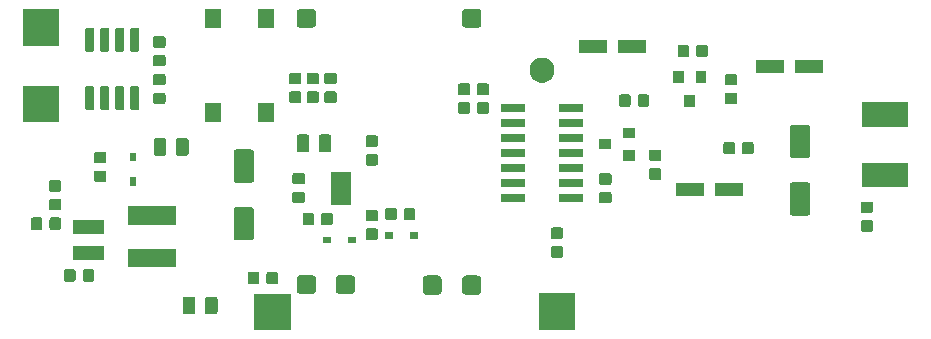
<source format=gts>
G04 #@! TF.GenerationSoftware,KiCad,Pcbnew,(5.1.5)-3*
G04 #@! TF.CreationDate,2020-07-28T19:33:27-07:00*
G04 #@! TF.ProjectId,Main Board,4d61696e-2042-46f6-9172-642e6b696361,rev?*
G04 #@! TF.SameCoordinates,Original*
G04 #@! TF.FileFunction,Soldermask,Top*
G04 #@! TF.FilePolarity,Negative*
%FSLAX46Y46*%
G04 Gerber Fmt 4.6, Leading zero omitted, Abs format (unit mm)*
G04 Created by KiCad (PCBNEW (5.1.5)-3) date 2020-07-28 19:33:27*
%MOMM*%
%LPD*%
G04 APERTURE LIST*
%ADD10C,0.100000*%
G04 APERTURE END LIST*
D10*
G36*
X132711000Y-112031000D02*
G01*
X129609000Y-112031000D01*
X129609000Y-108929000D01*
X132711000Y-108929000D01*
X132711000Y-112031000D01*
G37*
G36*
X156811000Y-112011000D02*
G01*
X153709000Y-112011000D01*
X153709000Y-108909000D01*
X156811000Y-108909000D01*
X156811000Y-112011000D01*
G37*
G36*
X124486968Y-109173565D02*
G01*
X124525638Y-109185296D01*
X124561277Y-109204346D01*
X124592517Y-109229983D01*
X124618154Y-109261223D01*
X124637204Y-109296862D01*
X124648935Y-109335532D01*
X124653500Y-109381888D01*
X124653500Y-110458112D01*
X124648935Y-110504468D01*
X124637204Y-110543138D01*
X124618154Y-110578777D01*
X124592517Y-110610017D01*
X124561277Y-110635654D01*
X124525638Y-110654704D01*
X124486968Y-110666435D01*
X124440612Y-110671000D01*
X123789388Y-110671000D01*
X123743032Y-110666435D01*
X123704362Y-110654704D01*
X123668723Y-110635654D01*
X123637483Y-110610017D01*
X123611846Y-110578777D01*
X123592796Y-110543138D01*
X123581065Y-110504468D01*
X123576500Y-110458112D01*
X123576500Y-109381888D01*
X123581065Y-109335532D01*
X123592796Y-109296862D01*
X123611846Y-109261223D01*
X123637483Y-109229983D01*
X123668723Y-109204346D01*
X123704362Y-109185296D01*
X123743032Y-109173565D01*
X123789388Y-109169000D01*
X124440612Y-109169000D01*
X124486968Y-109173565D01*
G37*
G36*
X126361968Y-109173565D02*
G01*
X126400638Y-109185296D01*
X126436277Y-109204346D01*
X126467517Y-109229983D01*
X126493154Y-109261223D01*
X126512204Y-109296862D01*
X126523935Y-109335532D01*
X126528500Y-109381888D01*
X126528500Y-110458112D01*
X126523935Y-110504468D01*
X126512204Y-110543138D01*
X126493154Y-110578777D01*
X126467517Y-110610017D01*
X126436277Y-110635654D01*
X126400638Y-110654704D01*
X126361968Y-110666435D01*
X126315612Y-110671000D01*
X125664388Y-110671000D01*
X125618032Y-110666435D01*
X125579362Y-110654704D01*
X125543723Y-110635654D01*
X125512483Y-110610017D01*
X125486846Y-110578777D01*
X125467796Y-110543138D01*
X125456065Y-110504468D01*
X125451500Y-110458112D01*
X125451500Y-109381888D01*
X125456065Y-109335532D01*
X125467796Y-109296862D01*
X125486846Y-109261223D01*
X125512483Y-109229983D01*
X125543723Y-109204346D01*
X125579362Y-109185296D01*
X125618032Y-109173565D01*
X125664388Y-109169000D01*
X126315612Y-109169000D01*
X126361968Y-109173565D01*
G37*
G36*
X148585993Y-107394203D02*
G01*
X148650411Y-107413744D01*
X148709781Y-107445478D01*
X148761817Y-107488183D01*
X148804522Y-107540219D01*
X148836256Y-107599589D01*
X148855797Y-107664007D01*
X148863000Y-107737140D01*
X148863000Y-108662860D01*
X148855797Y-108735993D01*
X148836256Y-108800411D01*
X148804522Y-108859781D01*
X148761817Y-108911817D01*
X148709781Y-108954522D01*
X148650411Y-108986256D01*
X148585993Y-109005797D01*
X148512860Y-109013000D01*
X147587140Y-109013000D01*
X147514007Y-109005797D01*
X147449589Y-108986256D01*
X147390219Y-108954522D01*
X147338183Y-108911817D01*
X147295478Y-108859781D01*
X147263744Y-108800411D01*
X147244203Y-108735993D01*
X147237000Y-108662860D01*
X147237000Y-107737140D01*
X147244203Y-107664007D01*
X147263744Y-107599589D01*
X147295478Y-107540219D01*
X147338183Y-107488183D01*
X147390219Y-107445478D01*
X147449589Y-107413744D01*
X147514007Y-107394203D01*
X147587140Y-107387000D01*
X148512860Y-107387000D01*
X148585993Y-107394203D01*
G37*
G36*
X145235993Y-107394203D02*
G01*
X145300411Y-107413744D01*
X145359781Y-107445478D01*
X145411817Y-107488183D01*
X145454522Y-107540219D01*
X145486256Y-107599589D01*
X145505797Y-107664007D01*
X145513000Y-107737140D01*
X145513000Y-108662860D01*
X145505797Y-108735993D01*
X145486256Y-108800411D01*
X145454522Y-108859781D01*
X145411817Y-108911817D01*
X145359781Y-108954522D01*
X145300411Y-108986256D01*
X145235993Y-109005797D01*
X145162860Y-109013000D01*
X144237140Y-109013000D01*
X144164007Y-109005797D01*
X144099589Y-108986256D01*
X144040219Y-108954522D01*
X143988183Y-108911817D01*
X143945478Y-108859781D01*
X143913744Y-108800411D01*
X143894203Y-108735993D01*
X143887000Y-108662860D01*
X143887000Y-107737140D01*
X143894203Y-107664007D01*
X143913744Y-107599589D01*
X143945478Y-107540219D01*
X143988183Y-107488183D01*
X144040219Y-107445478D01*
X144099589Y-107413744D01*
X144164007Y-107394203D01*
X144237140Y-107387000D01*
X145162860Y-107387000D01*
X145235993Y-107394203D01*
G37*
G36*
X134585993Y-107344203D02*
G01*
X134650411Y-107363744D01*
X134709781Y-107395478D01*
X134761817Y-107438183D01*
X134804522Y-107490219D01*
X134836256Y-107549589D01*
X134855797Y-107614007D01*
X134863000Y-107687140D01*
X134863000Y-108612860D01*
X134855797Y-108685993D01*
X134836256Y-108750411D01*
X134804522Y-108809781D01*
X134761817Y-108861817D01*
X134709781Y-108904522D01*
X134650411Y-108936256D01*
X134585993Y-108955797D01*
X134512860Y-108963000D01*
X133587140Y-108963000D01*
X133514007Y-108955797D01*
X133449589Y-108936256D01*
X133390219Y-108904522D01*
X133338183Y-108861817D01*
X133295478Y-108809781D01*
X133263744Y-108750411D01*
X133244203Y-108685993D01*
X133237000Y-108612860D01*
X133237000Y-107687140D01*
X133244203Y-107614007D01*
X133263744Y-107549589D01*
X133295478Y-107490219D01*
X133338183Y-107438183D01*
X133390219Y-107395478D01*
X133449589Y-107363744D01*
X133514007Y-107344203D01*
X133587140Y-107337000D01*
X134512860Y-107337000D01*
X134585993Y-107344203D01*
G37*
G36*
X137885993Y-107344203D02*
G01*
X137950411Y-107363744D01*
X138009781Y-107395478D01*
X138061817Y-107438183D01*
X138104522Y-107490219D01*
X138136256Y-107549589D01*
X138155797Y-107614007D01*
X138163000Y-107687140D01*
X138163000Y-108612860D01*
X138155797Y-108685993D01*
X138136256Y-108750411D01*
X138104522Y-108809781D01*
X138061817Y-108861817D01*
X138009781Y-108904522D01*
X137950411Y-108936256D01*
X137885993Y-108955797D01*
X137812860Y-108963000D01*
X136887140Y-108963000D01*
X136814007Y-108955797D01*
X136749589Y-108936256D01*
X136690219Y-108904522D01*
X136638183Y-108861817D01*
X136595478Y-108809781D01*
X136563744Y-108750411D01*
X136544203Y-108685993D01*
X136537000Y-108612860D01*
X136537000Y-107687140D01*
X136544203Y-107614007D01*
X136563744Y-107549589D01*
X136595478Y-107490219D01*
X136638183Y-107438183D01*
X136690219Y-107395478D01*
X136749589Y-107363744D01*
X136814007Y-107344203D01*
X136887140Y-107337000D01*
X137812860Y-107337000D01*
X137885993Y-107344203D01*
G37*
G36*
X129927091Y-107078085D02*
G01*
X129961069Y-107088393D01*
X129992390Y-107105134D01*
X130019839Y-107127661D01*
X130042366Y-107155110D01*
X130059107Y-107186431D01*
X130069415Y-107220409D01*
X130073500Y-107261890D01*
X130073500Y-107938110D01*
X130069415Y-107979591D01*
X130059107Y-108013569D01*
X130042366Y-108044890D01*
X130019839Y-108072339D01*
X129992390Y-108094866D01*
X129961069Y-108111607D01*
X129927091Y-108121915D01*
X129885610Y-108126000D01*
X129284390Y-108126000D01*
X129242909Y-108121915D01*
X129208931Y-108111607D01*
X129177610Y-108094866D01*
X129150161Y-108072339D01*
X129127634Y-108044890D01*
X129110893Y-108013569D01*
X129100585Y-107979591D01*
X129096500Y-107938110D01*
X129096500Y-107261890D01*
X129100585Y-107220409D01*
X129110893Y-107186431D01*
X129127634Y-107155110D01*
X129150161Y-107127661D01*
X129177610Y-107105134D01*
X129208931Y-107088393D01*
X129242909Y-107078085D01*
X129284390Y-107074000D01*
X129885610Y-107074000D01*
X129927091Y-107078085D01*
G37*
G36*
X131502091Y-107078085D02*
G01*
X131536069Y-107088393D01*
X131567390Y-107105134D01*
X131594839Y-107127661D01*
X131617366Y-107155110D01*
X131634107Y-107186431D01*
X131644415Y-107220409D01*
X131648500Y-107261890D01*
X131648500Y-107938110D01*
X131644415Y-107979591D01*
X131634107Y-108013569D01*
X131617366Y-108044890D01*
X131594839Y-108072339D01*
X131567390Y-108094866D01*
X131536069Y-108111607D01*
X131502091Y-108121915D01*
X131460610Y-108126000D01*
X130859390Y-108126000D01*
X130817909Y-108121915D01*
X130783931Y-108111607D01*
X130752610Y-108094866D01*
X130725161Y-108072339D01*
X130702634Y-108044890D01*
X130685893Y-108013569D01*
X130675585Y-107979591D01*
X130671500Y-107938110D01*
X130671500Y-107261890D01*
X130675585Y-107220409D01*
X130685893Y-107186431D01*
X130702634Y-107155110D01*
X130725161Y-107127661D01*
X130752610Y-107105134D01*
X130783931Y-107088393D01*
X130817909Y-107078085D01*
X130859390Y-107074000D01*
X131460610Y-107074000D01*
X131502091Y-107078085D01*
G37*
G36*
X114367091Y-106858085D02*
G01*
X114401069Y-106868393D01*
X114432390Y-106885134D01*
X114459839Y-106907661D01*
X114482366Y-106935110D01*
X114499107Y-106966431D01*
X114509415Y-107000409D01*
X114513500Y-107041890D01*
X114513500Y-107718110D01*
X114509415Y-107759591D01*
X114499107Y-107793569D01*
X114482366Y-107824890D01*
X114459839Y-107852339D01*
X114432390Y-107874866D01*
X114401069Y-107891607D01*
X114367091Y-107901915D01*
X114325610Y-107906000D01*
X113724390Y-107906000D01*
X113682909Y-107901915D01*
X113648931Y-107891607D01*
X113617610Y-107874866D01*
X113590161Y-107852339D01*
X113567634Y-107824890D01*
X113550893Y-107793569D01*
X113540585Y-107759591D01*
X113536500Y-107718110D01*
X113536500Y-107041890D01*
X113540585Y-107000409D01*
X113550893Y-106966431D01*
X113567634Y-106935110D01*
X113590161Y-106907661D01*
X113617610Y-106885134D01*
X113648931Y-106868393D01*
X113682909Y-106858085D01*
X113724390Y-106854000D01*
X114325610Y-106854000D01*
X114367091Y-106858085D01*
G37*
G36*
X115942091Y-106858085D02*
G01*
X115976069Y-106868393D01*
X116007390Y-106885134D01*
X116034839Y-106907661D01*
X116057366Y-106935110D01*
X116074107Y-106966431D01*
X116084415Y-107000409D01*
X116088500Y-107041890D01*
X116088500Y-107718110D01*
X116084415Y-107759591D01*
X116074107Y-107793569D01*
X116057366Y-107824890D01*
X116034839Y-107852339D01*
X116007390Y-107874866D01*
X115976069Y-107891607D01*
X115942091Y-107901915D01*
X115900610Y-107906000D01*
X115299390Y-107906000D01*
X115257909Y-107901915D01*
X115223931Y-107891607D01*
X115192610Y-107874866D01*
X115165161Y-107852339D01*
X115142634Y-107824890D01*
X115125893Y-107793569D01*
X115115585Y-107759591D01*
X115111500Y-107718110D01*
X115111500Y-107041890D01*
X115115585Y-107000409D01*
X115125893Y-106966431D01*
X115142634Y-106935110D01*
X115165161Y-106907661D01*
X115192610Y-106885134D01*
X115223931Y-106868393D01*
X115257909Y-106858085D01*
X115299390Y-106854000D01*
X115900610Y-106854000D01*
X115942091Y-106858085D01*
G37*
G36*
X123031000Y-106711000D02*
G01*
X118929000Y-106711000D01*
X118929000Y-105109000D01*
X123031000Y-105109000D01*
X123031000Y-106711000D01*
G37*
G36*
X116926000Y-106081000D02*
G01*
X114274000Y-106081000D01*
X114274000Y-104919000D01*
X116926000Y-104919000D01*
X116926000Y-106081000D01*
G37*
G36*
X155639591Y-104903085D02*
G01*
X155673569Y-104913393D01*
X155704890Y-104930134D01*
X155732339Y-104952661D01*
X155754866Y-104980110D01*
X155771607Y-105011431D01*
X155781915Y-105045409D01*
X155786000Y-105086890D01*
X155786000Y-105688110D01*
X155781915Y-105729591D01*
X155771607Y-105763569D01*
X155754866Y-105794890D01*
X155732339Y-105822339D01*
X155704890Y-105844866D01*
X155673569Y-105861607D01*
X155639591Y-105871915D01*
X155598110Y-105876000D01*
X154921890Y-105876000D01*
X154880409Y-105871915D01*
X154846431Y-105861607D01*
X154815110Y-105844866D01*
X154787661Y-105822339D01*
X154765134Y-105794890D01*
X154748393Y-105763569D01*
X154738085Y-105729591D01*
X154734000Y-105688110D01*
X154734000Y-105086890D01*
X154738085Y-105045409D01*
X154748393Y-105011431D01*
X154765134Y-104980110D01*
X154787661Y-104952661D01*
X154815110Y-104930134D01*
X154846431Y-104913393D01*
X154880409Y-104903085D01*
X154921890Y-104899000D01*
X155598110Y-104899000D01*
X155639591Y-104903085D01*
G37*
G36*
X138238500Y-104676000D02*
G01*
X137536500Y-104676000D01*
X137536500Y-104124000D01*
X138238500Y-104124000D01*
X138238500Y-104676000D01*
G37*
G36*
X136138500Y-104676000D02*
G01*
X135436500Y-104676000D01*
X135436500Y-104124000D01*
X136138500Y-104124000D01*
X136138500Y-104676000D01*
G37*
G36*
X129446392Y-101623042D02*
G01*
X129479951Y-101633223D01*
X129510884Y-101649757D01*
X129537995Y-101672005D01*
X129560243Y-101699116D01*
X129576777Y-101730049D01*
X129586958Y-101763608D01*
X129591000Y-101804652D01*
X129591000Y-104235348D01*
X129586958Y-104276392D01*
X129576777Y-104309951D01*
X129560243Y-104340884D01*
X129537995Y-104367995D01*
X129510884Y-104390243D01*
X129479951Y-104406777D01*
X129446392Y-104416958D01*
X129405348Y-104421000D01*
X128074652Y-104421000D01*
X128033608Y-104416958D01*
X128000049Y-104406777D01*
X127969116Y-104390243D01*
X127942005Y-104367995D01*
X127919757Y-104340884D01*
X127903223Y-104309951D01*
X127893042Y-104276392D01*
X127889000Y-104235348D01*
X127889000Y-101804652D01*
X127893042Y-101763608D01*
X127903223Y-101730049D01*
X127919757Y-101699116D01*
X127942005Y-101672005D01*
X127969116Y-101649757D01*
X128000049Y-101633223D01*
X128033608Y-101623042D01*
X128074652Y-101619000D01*
X129405348Y-101619000D01*
X129446392Y-101623042D01*
G37*
G36*
X139979591Y-103403085D02*
G01*
X140013569Y-103413393D01*
X140044890Y-103430134D01*
X140072339Y-103452661D01*
X140094866Y-103480110D01*
X140111607Y-103511431D01*
X140121915Y-103545409D01*
X140126000Y-103586890D01*
X140126000Y-104188110D01*
X140121915Y-104229591D01*
X140111607Y-104263569D01*
X140094866Y-104294890D01*
X140072339Y-104322339D01*
X140044890Y-104344866D01*
X140013569Y-104361607D01*
X139979591Y-104371915D01*
X139938110Y-104376000D01*
X139261890Y-104376000D01*
X139220409Y-104371915D01*
X139186431Y-104361607D01*
X139155110Y-104344866D01*
X139127661Y-104322339D01*
X139105134Y-104294890D01*
X139088393Y-104263569D01*
X139078085Y-104229591D01*
X139074000Y-104188110D01*
X139074000Y-103586890D01*
X139078085Y-103545409D01*
X139088393Y-103511431D01*
X139105134Y-103480110D01*
X139127661Y-103452661D01*
X139155110Y-103430134D01*
X139186431Y-103413393D01*
X139220409Y-103403085D01*
X139261890Y-103399000D01*
X139938110Y-103399000D01*
X139979591Y-103403085D01*
G37*
G36*
X155639591Y-103328085D02*
G01*
X155673569Y-103338393D01*
X155704890Y-103355134D01*
X155732339Y-103377661D01*
X155754866Y-103405110D01*
X155771607Y-103436431D01*
X155781915Y-103470409D01*
X155786000Y-103511890D01*
X155786000Y-104113110D01*
X155781915Y-104154591D01*
X155771607Y-104188569D01*
X155754866Y-104219890D01*
X155732339Y-104247339D01*
X155704890Y-104269866D01*
X155673569Y-104286607D01*
X155639591Y-104296915D01*
X155598110Y-104301000D01*
X154921890Y-104301000D01*
X154880409Y-104296915D01*
X154846431Y-104286607D01*
X154815110Y-104269866D01*
X154787661Y-104247339D01*
X154765134Y-104219890D01*
X154748393Y-104188569D01*
X154738085Y-104154591D01*
X154734000Y-104113110D01*
X154734000Y-103511890D01*
X154738085Y-103470409D01*
X154748393Y-103436431D01*
X154765134Y-103405110D01*
X154787661Y-103377661D01*
X154815110Y-103355134D01*
X154846431Y-103338393D01*
X154880409Y-103328085D01*
X154921890Y-103324000D01*
X155598110Y-103324000D01*
X155639591Y-103328085D01*
G37*
G36*
X143521000Y-104276000D02*
G01*
X142819000Y-104276000D01*
X142819000Y-103724000D01*
X143521000Y-103724000D01*
X143521000Y-104276000D01*
G37*
G36*
X141421000Y-104276000D02*
G01*
X140719000Y-104276000D01*
X140719000Y-103724000D01*
X141421000Y-103724000D01*
X141421000Y-104276000D01*
G37*
G36*
X116926000Y-103881000D02*
G01*
X114274000Y-103881000D01*
X114274000Y-102719000D01*
X116926000Y-102719000D01*
X116926000Y-103881000D01*
G37*
G36*
X181879591Y-102703085D02*
G01*
X181913569Y-102713393D01*
X181944890Y-102730134D01*
X181972339Y-102752661D01*
X181994866Y-102780110D01*
X182011607Y-102811431D01*
X182021915Y-102845409D01*
X182026000Y-102886890D01*
X182026000Y-103488110D01*
X182021915Y-103529591D01*
X182011607Y-103563569D01*
X181994866Y-103594890D01*
X181972339Y-103622339D01*
X181944890Y-103644866D01*
X181913569Y-103661607D01*
X181879591Y-103671915D01*
X181838110Y-103676000D01*
X181161890Y-103676000D01*
X181120409Y-103671915D01*
X181086431Y-103661607D01*
X181055110Y-103644866D01*
X181027661Y-103622339D01*
X181005134Y-103594890D01*
X180988393Y-103563569D01*
X180978085Y-103529591D01*
X180974000Y-103488110D01*
X180974000Y-102886890D01*
X180978085Y-102845409D01*
X180988393Y-102811431D01*
X181005134Y-102780110D01*
X181027661Y-102752661D01*
X181055110Y-102730134D01*
X181086431Y-102713393D01*
X181120409Y-102703085D01*
X181161890Y-102699000D01*
X181838110Y-102699000D01*
X181879591Y-102703085D01*
G37*
G36*
X111554591Y-102478085D02*
G01*
X111588569Y-102488393D01*
X111619890Y-102505134D01*
X111647339Y-102527661D01*
X111669866Y-102555110D01*
X111686607Y-102586431D01*
X111696915Y-102620409D01*
X111701000Y-102661890D01*
X111701000Y-103338110D01*
X111696915Y-103379591D01*
X111686607Y-103413569D01*
X111669866Y-103444890D01*
X111647339Y-103472339D01*
X111619890Y-103494866D01*
X111588569Y-103511607D01*
X111554591Y-103521915D01*
X111513110Y-103526000D01*
X110911890Y-103526000D01*
X110870409Y-103521915D01*
X110836431Y-103511607D01*
X110805110Y-103494866D01*
X110777661Y-103472339D01*
X110755134Y-103444890D01*
X110738393Y-103413569D01*
X110728085Y-103379591D01*
X110724000Y-103338110D01*
X110724000Y-102661890D01*
X110728085Y-102620409D01*
X110738393Y-102586431D01*
X110755134Y-102555110D01*
X110777661Y-102527661D01*
X110805110Y-102505134D01*
X110836431Y-102488393D01*
X110870409Y-102478085D01*
X110911890Y-102474000D01*
X111513110Y-102474000D01*
X111554591Y-102478085D01*
G37*
G36*
X113129591Y-102478085D02*
G01*
X113163569Y-102488393D01*
X113194890Y-102505134D01*
X113222339Y-102527661D01*
X113244866Y-102555110D01*
X113261607Y-102586431D01*
X113271915Y-102620409D01*
X113276000Y-102661890D01*
X113276000Y-103338110D01*
X113271915Y-103379591D01*
X113261607Y-103413569D01*
X113244866Y-103444890D01*
X113222339Y-103472339D01*
X113194890Y-103494866D01*
X113163569Y-103511607D01*
X113129591Y-103521915D01*
X113088110Y-103526000D01*
X112486890Y-103526000D01*
X112445409Y-103521915D01*
X112411431Y-103511607D01*
X112380110Y-103494866D01*
X112352661Y-103472339D01*
X112330134Y-103444890D01*
X112313393Y-103413569D01*
X112303085Y-103379591D01*
X112299000Y-103338110D01*
X112299000Y-102661890D01*
X112303085Y-102620409D01*
X112313393Y-102586431D01*
X112330134Y-102555110D01*
X112352661Y-102527661D01*
X112380110Y-102505134D01*
X112411431Y-102488393D01*
X112445409Y-102478085D01*
X112486890Y-102474000D01*
X113088110Y-102474000D01*
X113129591Y-102478085D01*
G37*
G36*
X136129591Y-102078085D02*
G01*
X136163569Y-102088393D01*
X136194890Y-102105134D01*
X136222339Y-102127661D01*
X136244866Y-102155110D01*
X136261607Y-102186431D01*
X136271915Y-102220409D01*
X136276000Y-102261890D01*
X136276000Y-102938110D01*
X136271915Y-102979591D01*
X136261607Y-103013569D01*
X136244866Y-103044890D01*
X136222339Y-103072339D01*
X136194890Y-103094866D01*
X136163569Y-103111607D01*
X136129591Y-103121915D01*
X136088110Y-103126000D01*
X135486890Y-103126000D01*
X135445409Y-103121915D01*
X135411431Y-103111607D01*
X135380110Y-103094866D01*
X135352661Y-103072339D01*
X135330134Y-103044890D01*
X135313393Y-103013569D01*
X135303085Y-102979591D01*
X135299000Y-102938110D01*
X135299000Y-102261890D01*
X135303085Y-102220409D01*
X135313393Y-102186431D01*
X135330134Y-102155110D01*
X135352661Y-102127661D01*
X135380110Y-102105134D01*
X135411431Y-102088393D01*
X135445409Y-102078085D01*
X135486890Y-102074000D01*
X136088110Y-102074000D01*
X136129591Y-102078085D01*
G37*
G36*
X134554591Y-102078085D02*
G01*
X134588569Y-102088393D01*
X134619890Y-102105134D01*
X134647339Y-102127661D01*
X134669866Y-102155110D01*
X134686607Y-102186431D01*
X134696915Y-102220409D01*
X134701000Y-102261890D01*
X134701000Y-102938110D01*
X134696915Y-102979591D01*
X134686607Y-103013569D01*
X134669866Y-103044890D01*
X134647339Y-103072339D01*
X134619890Y-103094866D01*
X134588569Y-103111607D01*
X134554591Y-103121915D01*
X134513110Y-103126000D01*
X133911890Y-103126000D01*
X133870409Y-103121915D01*
X133836431Y-103111607D01*
X133805110Y-103094866D01*
X133777661Y-103072339D01*
X133755134Y-103044890D01*
X133738393Y-103013569D01*
X133728085Y-102979591D01*
X133724000Y-102938110D01*
X133724000Y-102261890D01*
X133728085Y-102220409D01*
X133738393Y-102186431D01*
X133755134Y-102155110D01*
X133777661Y-102127661D01*
X133805110Y-102105134D01*
X133836431Y-102088393D01*
X133870409Y-102078085D01*
X133911890Y-102074000D01*
X134513110Y-102074000D01*
X134554591Y-102078085D01*
G37*
G36*
X123041000Y-103106000D02*
G01*
X118939000Y-103106000D01*
X118939000Y-101504000D01*
X123041000Y-101504000D01*
X123041000Y-103106000D01*
G37*
G36*
X139979591Y-101828085D02*
G01*
X140013569Y-101838393D01*
X140044890Y-101855134D01*
X140072339Y-101877661D01*
X140094866Y-101905110D01*
X140111607Y-101936431D01*
X140121915Y-101970409D01*
X140126000Y-102011890D01*
X140126000Y-102613110D01*
X140121915Y-102654591D01*
X140111607Y-102688569D01*
X140094866Y-102719890D01*
X140072339Y-102747339D01*
X140044890Y-102769866D01*
X140013569Y-102786607D01*
X139979591Y-102796915D01*
X139938110Y-102801000D01*
X139261890Y-102801000D01*
X139220409Y-102796915D01*
X139186431Y-102786607D01*
X139155110Y-102769866D01*
X139127661Y-102747339D01*
X139105134Y-102719890D01*
X139088393Y-102688569D01*
X139078085Y-102654591D01*
X139074000Y-102613110D01*
X139074000Y-102011890D01*
X139078085Y-101970409D01*
X139088393Y-101936431D01*
X139105134Y-101905110D01*
X139127661Y-101877661D01*
X139155110Y-101855134D01*
X139186431Y-101838393D01*
X139220409Y-101828085D01*
X139261890Y-101824000D01*
X139938110Y-101824000D01*
X139979591Y-101828085D01*
G37*
G36*
X141554591Y-101678085D02*
G01*
X141588569Y-101688393D01*
X141619890Y-101705134D01*
X141647339Y-101727661D01*
X141669866Y-101755110D01*
X141686607Y-101786431D01*
X141696915Y-101820409D01*
X141701000Y-101861890D01*
X141701000Y-102538110D01*
X141696915Y-102579591D01*
X141686607Y-102613569D01*
X141669866Y-102644890D01*
X141647339Y-102672339D01*
X141619890Y-102694866D01*
X141588569Y-102711607D01*
X141554591Y-102721915D01*
X141513110Y-102726000D01*
X140911890Y-102726000D01*
X140870409Y-102721915D01*
X140836431Y-102711607D01*
X140805110Y-102694866D01*
X140777661Y-102672339D01*
X140755134Y-102644890D01*
X140738393Y-102613569D01*
X140728085Y-102579591D01*
X140724000Y-102538110D01*
X140724000Y-101861890D01*
X140728085Y-101820409D01*
X140738393Y-101786431D01*
X140755134Y-101755110D01*
X140777661Y-101727661D01*
X140805110Y-101705134D01*
X140836431Y-101688393D01*
X140870409Y-101678085D01*
X140911890Y-101674000D01*
X141513110Y-101674000D01*
X141554591Y-101678085D01*
G37*
G36*
X143129591Y-101678085D02*
G01*
X143163569Y-101688393D01*
X143194890Y-101705134D01*
X143222339Y-101727661D01*
X143244866Y-101755110D01*
X143261607Y-101786431D01*
X143271915Y-101820409D01*
X143276000Y-101861890D01*
X143276000Y-102538110D01*
X143271915Y-102579591D01*
X143261607Y-102613569D01*
X143244866Y-102644890D01*
X143222339Y-102672339D01*
X143194890Y-102694866D01*
X143163569Y-102711607D01*
X143129591Y-102721915D01*
X143088110Y-102726000D01*
X142486890Y-102726000D01*
X142445409Y-102721915D01*
X142411431Y-102711607D01*
X142380110Y-102694866D01*
X142352661Y-102672339D01*
X142330134Y-102644890D01*
X142313393Y-102613569D01*
X142303085Y-102579591D01*
X142299000Y-102538110D01*
X142299000Y-101861890D01*
X142303085Y-101820409D01*
X142313393Y-101786431D01*
X142330134Y-101755110D01*
X142352661Y-101727661D01*
X142380110Y-101705134D01*
X142411431Y-101688393D01*
X142445409Y-101678085D01*
X142486890Y-101674000D01*
X143088110Y-101674000D01*
X143129591Y-101678085D01*
G37*
G36*
X176546392Y-99513042D02*
G01*
X176579951Y-99523223D01*
X176610884Y-99539757D01*
X176637995Y-99562005D01*
X176660243Y-99589116D01*
X176676777Y-99620049D01*
X176686958Y-99653608D01*
X176691000Y-99694652D01*
X176691000Y-102125348D01*
X176686958Y-102166392D01*
X176676777Y-102199951D01*
X176660243Y-102230884D01*
X176637995Y-102257995D01*
X176610884Y-102280243D01*
X176579951Y-102296777D01*
X176546392Y-102306958D01*
X176505348Y-102311000D01*
X175174652Y-102311000D01*
X175133608Y-102306958D01*
X175100049Y-102296777D01*
X175069116Y-102280243D01*
X175042005Y-102257995D01*
X175019757Y-102230884D01*
X175003223Y-102199951D01*
X174993042Y-102166392D01*
X174989000Y-102125348D01*
X174989000Y-99694652D01*
X174993042Y-99653608D01*
X175003223Y-99620049D01*
X175019757Y-99589116D01*
X175042005Y-99562005D01*
X175069116Y-99539757D01*
X175100049Y-99523223D01*
X175133608Y-99513042D01*
X175174652Y-99509000D01*
X176505348Y-99509000D01*
X176546392Y-99513042D01*
G37*
G36*
X181879591Y-101128085D02*
G01*
X181913569Y-101138393D01*
X181944890Y-101155134D01*
X181972339Y-101177661D01*
X181994866Y-101205110D01*
X182011607Y-101236431D01*
X182021915Y-101270409D01*
X182026000Y-101311890D01*
X182026000Y-101913110D01*
X182021915Y-101954591D01*
X182011607Y-101988569D01*
X181994866Y-102019890D01*
X181972339Y-102047339D01*
X181944890Y-102069866D01*
X181913569Y-102086607D01*
X181879591Y-102096915D01*
X181838110Y-102101000D01*
X181161890Y-102101000D01*
X181120409Y-102096915D01*
X181086431Y-102086607D01*
X181055110Y-102069866D01*
X181027661Y-102047339D01*
X181005134Y-102019890D01*
X180988393Y-101988569D01*
X180978085Y-101954591D01*
X180974000Y-101913110D01*
X180974000Y-101311890D01*
X180978085Y-101270409D01*
X180988393Y-101236431D01*
X181005134Y-101205110D01*
X181027661Y-101177661D01*
X181055110Y-101155134D01*
X181086431Y-101138393D01*
X181120409Y-101128085D01*
X181161890Y-101124000D01*
X181838110Y-101124000D01*
X181879591Y-101128085D01*
G37*
G36*
X113167091Y-100903085D02*
G01*
X113201069Y-100913393D01*
X113232390Y-100930134D01*
X113259839Y-100952661D01*
X113282366Y-100980110D01*
X113299107Y-101011431D01*
X113309415Y-101045409D01*
X113313500Y-101086890D01*
X113313500Y-101688110D01*
X113309415Y-101729591D01*
X113299107Y-101763569D01*
X113282366Y-101794890D01*
X113259839Y-101822339D01*
X113232390Y-101844866D01*
X113201069Y-101861607D01*
X113167091Y-101871915D01*
X113125610Y-101876000D01*
X112449390Y-101876000D01*
X112407909Y-101871915D01*
X112373931Y-101861607D01*
X112342610Y-101844866D01*
X112315161Y-101822339D01*
X112292634Y-101794890D01*
X112275893Y-101763569D01*
X112265585Y-101729591D01*
X112261500Y-101688110D01*
X112261500Y-101086890D01*
X112265585Y-101045409D01*
X112275893Y-101011431D01*
X112292634Y-100980110D01*
X112315161Y-100952661D01*
X112342610Y-100930134D01*
X112373931Y-100913393D01*
X112407909Y-100903085D01*
X112449390Y-100899000D01*
X113125610Y-100899000D01*
X113167091Y-100903085D01*
G37*
G36*
X137861000Y-99427257D02*
G01*
X137860515Y-99428164D01*
X137853402Y-99451613D01*
X137851000Y-99475999D01*
X137851000Y-100524001D01*
X137853402Y-100548387D01*
X137860515Y-100571836D01*
X137861000Y-100572743D01*
X137861000Y-101411000D01*
X136139000Y-101411000D01*
X136139000Y-100572743D01*
X136139485Y-100571836D01*
X136146598Y-100548387D01*
X136149000Y-100524001D01*
X136149000Y-99475999D01*
X136146598Y-99451613D01*
X136139485Y-99428164D01*
X136139000Y-99427257D01*
X136139000Y-98589000D01*
X137861000Y-98589000D01*
X137861000Y-99427257D01*
G37*
G36*
X159739591Y-100303085D02*
G01*
X159773569Y-100313393D01*
X159804890Y-100330134D01*
X159832339Y-100352661D01*
X159854866Y-100380110D01*
X159871607Y-100411431D01*
X159881915Y-100445409D01*
X159886000Y-100486890D01*
X159886000Y-101088110D01*
X159881915Y-101129591D01*
X159871607Y-101163569D01*
X159854866Y-101194890D01*
X159832339Y-101222339D01*
X159804890Y-101244866D01*
X159773569Y-101261607D01*
X159739591Y-101271915D01*
X159698110Y-101276000D01*
X159021890Y-101276000D01*
X158980409Y-101271915D01*
X158946431Y-101261607D01*
X158915110Y-101244866D01*
X158887661Y-101222339D01*
X158865134Y-101194890D01*
X158848393Y-101163569D01*
X158838085Y-101129591D01*
X158834000Y-101088110D01*
X158834000Y-100486890D01*
X158838085Y-100445409D01*
X158848393Y-100411431D01*
X158865134Y-100380110D01*
X158887661Y-100352661D01*
X158915110Y-100330134D01*
X158946431Y-100313393D01*
X158980409Y-100303085D01*
X159021890Y-100299000D01*
X159698110Y-100299000D01*
X159739591Y-100303085D01*
G37*
G36*
X133769591Y-100283085D02*
G01*
X133803569Y-100293393D01*
X133834890Y-100310134D01*
X133862339Y-100332661D01*
X133884866Y-100360110D01*
X133901607Y-100391431D01*
X133911915Y-100425409D01*
X133916000Y-100466890D01*
X133916000Y-101068110D01*
X133911915Y-101109591D01*
X133901607Y-101143569D01*
X133884866Y-101174890D01*
X133862339Y-101202339D01*
X133834890Y-101224866D01*
X133803569Y-101241607D01*
X133769591Y-101251915D01*
X133728110Y-101256000D01*
X133051890Y-101256000D01*
X133010409Y-101251915D01*
X132976431Y-101241607D01*
X132945110Y-101224866D01*
X132917661Y-101202339D01*
X132895134Y-101174890D01*
X132878393Y-101143569D01*
X132868085Y-101109591D01*
X132864000Y-101068110D01*
X132864000Y-100466890D01*
X132868085Y-100425409D01*
X132878393Y-100391431D01*
X132895134Y-100360110D01*
X132917661Y-100332661D01*
X132945110Y-100310134D01*
X132976431Y-100293393D01*
X133010409Y-100283085D01*
X133051890Y-100279000D01*
X133728110Y-100279000D01*
X133769591Y-100283085D01*
G37*
G36*
X157409928Y-100461764D02*
G01*
X157431009Y-100468160D01*
X157450445Y-100478548D01*
X157467476Y-100492524D01*
X157481452Y-100509555D01*
X157491840Y-100528991D01*
X157498236Y-100550072D01*
X157501000Y-100578140D01*
X157501000Y-101041860D01*
X157498236Y-101069928D01*
X157491840Y-101091009D01*
X157481452Y-101110445D01*
X157467476Y-101127476D01*
X157450445Y-101141452D01*
X157431009Y-101151840D01*
X157409928Y-101158236D01*
X157381860Y-101161000D01*
X155568140Y-101161000D01*
X155540072Y-101158236D01*
X155518991Y-101151840D01*
X155499555Y-101141452D01*
X155482524Y-101127476D01*
X155468548Y-101110445D01*
X155458160Y-101091009D01*
X155451764Y-101069928D01*
X155449000Y-101041860D01*
X155449000Y-100578140D01*
X155451764Y-100550072D01*
X155458160Y-100528991D01*
X155468548Y-100509555D01*
X155482524Y-100492524D01*
X155499555Y-100478548D01*
X155518991Y-100468160D01*
X155540072Y-100461764D01*
X155568140Y-100459000D01*
X157381860Y-100459000D01*
X157409928Y-100461764D01*
G37*
G36*
X152459928Y-100461764D02*
G01*
X152481009Y-100468160D01*
X152500445Y-100478548D01*
X152517476Y-100492524D01*
X152531452Y-100509555D01*
X152541840Y-100528991D01*
X152548236Y-100550072D01*
X152551000Y-100578140D01*
X152551000Y-101041860D01*
X152548236Y-101069928D01*
X152541840Y-101091009D01*
X152531452Y-101110445D01*
X152517476Y-101127476D01*
X152500445Y-101141452D01*
X152481009Y-101151840D01*
X152459928Y-101158236D01*
X152431860Y-101161000D01*
X150618140Y-101161000D01*
X150590072Y-101158236D01*
X150568991Y-101151840D01*
X150549555Y-101141452D01*
X150532524Y-101127476D01*
X150518548Y-101110445D01*
X150508160Y-101091009D01*
X150501764Y-101069928D01*
X150499000Y-101041860D01*
X150499000Y-100578140D01*
X150501764Y-100550072D01*
X150508160Y-100528991D01*
X150518548Y-100509555D01*
X150532524Y-100492524D01*
X150549555Y-100478548D01*
X150568991Y-100468160D01*
X150590072Y-100461764D01*
X150618140Y-100459000D01*
X152431860Y-100459000D01*
X152459928Y-100461764D01*
G37*
G36*
X170981727Y-99541244D02*
G01*
X170997736Y-99546100D01*
X171012483Y-99553982D01*
X171025409Y-99564591D01*
X171036018Y-99577517D01*
X171043900Y-99592264D01*
X171048756Y-99608273D01*
X171051000Y-99631053D01*
X171051000Y-100548947D01*
X171048756Y-100571727D01*
X171043900Y-100587736D01*
X171036018Y-100602483D01*
X171025409Y-100615409D01*
X171012483Y-100626018D01*
X170997736Y-100633900D01*
X170981727Y-100638756D01*
X170958947Y-100641000D01*
X168741053Y-100641000D01*
X168718273Y-100638756D01*
X168702264Y-100633900D01*
X168687517Y-100626018D01*
X168674591Y-100615409D01*
X168663982Y-100602483D01*
X168656100Y-100587736D01*
X168651244Y-100571727D01*
X168649000Y-100548947D01*
X168649000Y-99631053D01*
X168651244Y-99608273D01*
X168656100Y-99592264D01*
X168663982Y-99577517D01*
X168674591Y-99564591D01*
X168687517Y-99553982D01*
X168702264Y-99546100D01*
X168718273Y-99541244D01*
X168741053Y-99539000D01*
X170958947Y-99539000D01*
X170981727Y-99541244D01*
G37*
G36*
X167661727Y-99541244D02*
G01*
X167677736Y-99546100D01*
X167692483Y-99553982D01*
X167705409Y-99564591D01*
X167716018Y-99577517D01*
X167723900Y-99592264D01*
X167728756Y-99608273D01*
X167731000Y-99631053D01*
X167731000Y-100548947D01*
X167728756Y-100571727D01*
X167723900Y-100587736D01*
X167716018Y-100602483D01*
X167705409Y-100615409D01*
X167692483Y-100626018D01*
X167677736Y-100633900D01*
X167661727Y-100638756D01*
X167638947Y-100641000D01*
X165421053Y-100641000D01*
X165398273Y-100638756D01*
X165382264Y-100633900D01*
X165367517Y-100626018D01*
X165354591Y-100615409D01*
X165343982Y-100602483D01*
X165336100Y-100587736D01*
X165331244Y-100571727D01*
X165329000Y-100548947D01*
X165329000Y-99631053D01*
X165331244Y-99608273D01*
X165336100Y-99592264D01*
X165343982Y-99577517D01*
X165354591Y-99564591D01*
X165367517Y-99553982D01*
X165382264Y-99546100D01*
X165398273Y-99541244D01*
X165421053Y-99539000D01*
X167638947Y-99539000D01*
X167661727Y-99541244D01*
G37*
G36*
X113167091Y-99328085D02*
G01*
X113201069Y-99338393D01*
X113232390Y-99355134D01*
X113259839Y-99377661D01*
X113282366Y-99405110D01*
X113299107Y-99436431D01*
X113309415Y-99470409D01*
X113313500Y-99511890D01*
X113313500Y-100113110D01*
X113309415Y-100154591D01*
X113299107Y-100188569D01*
X113282366Y-100219890D01*
X113259839Y-100247339D01*
X113232390Y-100269866D01*
X113201069Y-100286607D01*
X113167091Y-100296915D01*
X113125610Y-100301000D01*
X112449390Y-100301000D01*
X112407909Y-100296915D01*
X112373931Y-100286607D01*
X112342610Y-100269866D01*
X112315161Y-100247339D01*
X112292634Y-100219890D01*
X112275893Y-100188569D01*
X112265585Y-100154591D01*
X112261500Y-100113110D01*
X112261500Y-99511890D01*
X112265585Y-99470409D01*
X112275893Y-99436431D01*
X112292634Y-99405110D01*
X112315161Y-99377661D01*
X112342610Y-99355134D01*
X112373931Y-99338393D01*
X112407909Y-99328085D01*
X112449390Y-99324000D01*
X113125610Y-99324000D01*
X113167091Y-99328085D01*
G37*
G36*
X184991000Y-99931000D02*
G01*
X181089000Y-99931000D01*
X181089000Y-97829000D01*
X184991000Y-97829000D01*
X184991000Y-99931000D01*
G37*
G36*
X157409928Y-99191764D02*
G01*
X157431009Y-99198160D01*
X157450445Y-99208548D01*
X157467476Y-99222524D01*
X157481452Y-99239555D01*
X157491840Y-99258991D01*
X157498236Y-99280072D01*
X157501000Y-99308140D01*
X157501000Y-99771860D01*
X157498236Y-99799928D01*
X157491840Y-99821009D01*
X157481452Y-99840445D01*
X157467476Y-99857476D01*
X157450445Y-99871452D01*
X157431009Y-99881840D01*
X157409928Y-99888236D01*
X157381860Y-99891000D01*
X155568140Y-99891000D01*
X155540072Y-99888236D01*
X155518991Y-99881840D01*
X155499555Y-99871452D01*
X155482524Y-99857476D01*
X155468548Y-99840445D01*
X155458160Y-99821009D01*
X155451764Y-99799928D01*
X155449000Y-99771860D01*
X155449000Y-99308140D01*
X155451764Y-99280072D01*
X155458160Y-99258991D01*
X155468548Y-99239555D01*
X155482524Y-99222524D01*
X155499555Y-99208548D01*
X155518991Y-99198160D01*
X155540072Y-99191764D01*
X155568140Y-99189000D01*
X157381860Y-99189000D01*
X157409928Y-99191764D01*
G37*
G36*
X152459928Y-99191764D02*
G01*
X152481009Y-99198160D01*
X152500445Y-99208548D01*
X152517476Y-99222524D01*
X152531452Y-99239555D01*
X152541840Y-99258991D01*
X152548236Y-99280072D01*
X152551000Y-99308140D01*
X152551000Y-99771860D01*
X152548236Y-99799928D01*
X152541840Y-99821009D01*
X152531452Y-99840445D01*
X152517476Y-99857476D01*
X152500445Y-99871452D01*
X152481009Y-99881840D01*
X152459928Y-99888236D01*
X152431860Y-99891000D01*
X150618140Y-99891000D01*
X150590072Y-99888236D01*
X150568991Y-99881840D01*
X150549555Y-99871452D01*
X150532524Y-99857476D01*
X150518548Y-99840445D01*
X150508160Y-99821009D01*
X150501764Y-99799928D01*
X150499000Y-99771860D01*
X150499000Y-99308140D01*
X150501764Y-99280072D01*
X150508160Y-99258991D01*
X150518548Y-99239555D01*
X150532524Y-99222524D01*
X150549555Y-99208548D01*
X150568991Y-99198160D01*
X150590072Y-99191764D01*
X150618140Y-99189000D01*
X152431860Y-99189000D01*
X152459928Y-99191764D01*
G37*
G36*
X119666000Y-99781000D02*
G01*
X119114000Y-99781000D01*
X119114000Y-99079000D01*
X119666000Y-99079000D01*
X119666000Y-99781000D01*
G37*
G36*
X159739591Y-98728085D02*
G01*
X159773569Y-98738393D01*
X159804890Y-98755134D01*
X159832339Y-98777661D01*
X159854866Y-98805110D01*
X159871607Y-98836431D01*
X159881915Y-98870409D01*
X159886000Y-98911890D01*
X159886000Y-99513110D01*
X159881915Y-99554591D01*
X159871607Y-99588569D01*
X159854866Y-99619890D01*
X159832339Y-99647339D01*
X159804890Y-99669866D01*
X159773569Y-99686607D01*
X159739591Y-99696915D01*
X159698110Y-99701000D01*
X159021890Y-99701000D01*
X158980409Y-99696915D01*
X158946431Y-99686607D01*
X158915110Y-99669866D01*
X158887661Y-99647339D01*
X158865134Y-99619890D01*
X158848393Y-99588569D01*
X158838085Y-99554591D01*
X158834000Y-99513110D01*
X158834000Y-98911890D01*
X158838085Y-98870409D01*
X158848393Y-98836431D01*
X158865134Y-98805110D01*
X158887661Y-98777661D01*
X158915110Y-98755134D01*
X158946431Y-98738393D01*
X158980409Y-98728085D01*
X159021890Y-98724000D01*
X159698110Y-98724000D01*
X159739591Y-98728085D01*
G37*
G36*
X133769591Y-98708085D02*
G01*
X133803569Y-98718393D01*
X133834890Y-98735134D01*
X133862339Y-98757661D01*
X133884866Y-98785110D01*
X133901607Y-98816431D01*
X133911915Y-98850409D01*
X133916000Y-98891890D01*
X133916000Y-99493110D01*
X133911915Y-99534591D01*
X133901607Y-99568569D01*
X133884866Y-99599890D01*
X133862339Y-99627339D01*
X133834890Y-99649866D01*
X133803569Y-99666607D01*
X133769591Y-99676915D01*
X133728110Y-99681000D01*
X133051890Y-99681000D01*
X133010409Y-99676915D01*
X132976431Y-99666607D01*
X132945110Y-99649866D01*
X132917661Y-99627339D01*
X132895134Y-99599890D01*
X132878393Y-99568569D01*
X132868085Y-99534591D01*
X132864000Y-99493110D01*
X132864000Y-98891890D01*
X132868085Y-98850409D01*
X132878393Y-98816431D01*
X132895134Y-98785110D01*
X132917661Y-98757661D01*
X132945110Y-98735134D01*
X132976431Y-98718393D01*
X133010409Y-98708085D01*
X133051890Y-98704000D01*
X133728110Y-98704000D01*
X133769591Y-98708085D01*
G37*
G36*
X129446392Y-96723042D02*
G01*
X129479951Y-96733223D01*
X129510884Y-96749757D01*
X129537995Y-96772005D01*
X129560243Y-96799116D01*
X129576777Y-96830049D01*
X129586958Y-96863608D01*
X129591000Y-96904652D01*
X129591000Y-99335348D01*
X129586958Y-99376392D01*
X129576777Y-99409951D01*
X129560243Y-99440884D01*
X129537995Y-99467995D01*
X129510884Y-99490243D01*
X129479951Y-99506777D01*
X129446392Y-99516958D01*
X129405348Y-99521000D01*
X128074652Y-99521000D01*
X128033608Y-99516958D01*
X128000049Y-99506777D01*
X127969116Y-99490243D01*
X127942005Y-99467995D01*
X127919757Y-99440884D01*
X127903223Y-99409951D01*
X127893042Y-99376392D01*
X127889000Y-99335348D01*
X127889000Y-96904652D01*
X127893042Y-96863608D01*
X127903223Y-96830049D01*
X127919757Y-96799116D01*
X127942005Y-96772005D01*
X127969116Y-96749757D01*
X128000049Y-96733223D01*
X128033608Y-96723042D01*
X128074652Y-96719000D01*
X129405348Y-96719000D01*
X129446392Y-96723042D01*
G37*
G36*
X116979591Y-98503085D02*
G01*
X117013569Y-98513393D01*
X117044890Y-98530134D01*
X117072339Y-98552661D01*
X117094866Y-98580110D01*
X117111607Y-98611431D01*
X117121915Y-98645409D01*
X117126000Y-98686890D01*
X117126000Y-99288110D01*
X117121915Y-99329591D01*
X117111607Y-99363569D01*
X117094866Y-99394890D01*
X117072339Y-99422339D01*
X117044890Y-99444866D01*
X117013569Y-99461607D01*
X116979591Y-99471915D01*
X116938110Y-99476000D01*
X116261890Y-99476000D01*
X116220409Y-99471915D01*
X116186431Y-99461607D01*
X116155110Y-99444866D01*
X116127661Y-99422339D01*
X116105134Y-99394890D01*
X116088393Y-99363569D01*
X116078085Y-99329591D01*
X116074000Y-99288110D01*
X116074000Y-98686890D01*
X116078085Y-98645409D01*
X116088393Y-98611431D01*
X116105134Y-98580110D01*
X116127661Y-98552661D01*
X116155110Y-98530134D01*
X116186431Y-98513393D01*
X116220409Y-98503085D01*
X116261890Y-98499000D01*
X116938110Y-98499000D01*
X116979591Y-98503085D01*
G37*
G36*
X163969591Y-98303085D02*
G01*
X164003569Y-98313393D01*
X164034890Y-98330134D01*
X164062339Y-98352661D01*
X164084866Y-98380110D01*
X164101607Y-98411431D01*
X164111915Y-98445409D01*
X164116000Y-98486890D01*
X164116000Y-99088110D01*
X164111915Y-99129591D01*
X164101607Y-99163569D01*
X164084866Y-99194890D01*
X164062339Y-99222339D01*
X164034890Y-99244866D01*
X164003569Y-99261607D01*
X163969591Y-99271915D01*
X163928110Y-99276000D01*
X163251890Y-99276000D01*
X163210409Y-99271915D01*
X163176431Y-99261607D01*
X163145110Y-99244866D01*
X163117661Y-99222339D01*
X163095134Y-99194890D01*
X163078393Y-99163569D01*
X163068085Y-99129591D01*
X163064000Y-99088110D01*
X163064000Y-98486890D01*
X163068085Y-98445409D01*
X163078393Y-98411431D01*
X163095134Y-98380110D01*
X163117661Y-98352661D01*
X163145110Y-98330134D01*
X163176431Y-98313393D01*
X163210409Y-98303085D01*
X163251890Y-98299000D01*
X163928110Y-98299000D01*
X163969591Y-98303085D01*
G37*
G36*
X157409928Y-97921764D02*
G01*
X157431009Y-97928160D01*
X157450445Y-97938548D01*
X157467476Y-97952524D01*
X157481452Y-97969555D01*
X157491840Y-97988991D01*
X157498236Y-98010072D01*
X157501000Y-98038140D01*
X157501000Y-98501860D01*
X157498236Y-98529928D01*
X157491840Y-98551009D01*
X157481452Y-98570445D01*
X157467476Y-98587476D01*
X157450445Y-98601452D01*
X157431009Y-98611840D01*
X157409928Y-98618236D01*
X157381860Y-98621000D01*
X155568140Y-98621000D01*
X155540072Y-98618236D01*
X155518991Y-98611840D01*
X155499555Y-98601452D01*
X155482524Y-98587476D01*
X155468548Y-98570445D01*
X155458160Y-98551009D01*
X155451764Y-98529928D01*
X155449000Y-98501860D01*
X155449000Y-98038140D01*
X155451764Y-98010072D01*
X155458160Y-97988991D01*
X155468548Y-97969555D01*
X155482524Y-97952524D01*
X155499555Y-97938548D01*
X155518991Y-97928160D01*
X155540072Y-97921764D01*
X155568140Y-97919000D01*
X157381860Y-97919000D01*
X157409928Y-97921764D01*
G37*
G36*
X152459928Y-97921764D02*
G01*
X152481009Y-97928160D01*
X152500445Y-97938548D01*
X152517476Y-97952524D01*
X152531452Y-97969555D01*
X152541840Y-97988991D01*
X152548236Y-98010072D01*
X152551000Y-98038140D01*
X152551000Y-98501860D01*
X152548236Y-98529928D01*
X152541840Y-98551009D01*
X152531452Y-98570445D01*
X152517476Y-98587476D01*
X152500445Y-98601452D01*
X152481009Y-98611840D01*
X152459928Y-98618236D01*
X152431860Y-98621000D01*
X150618140Y-98621000D01*
X150590072Y-98618236D01*
X150568991Y-98611840D01*
X150549555Y-98601452D01*
X150532524Y-98587476D01*
X150518548Y-98570445D01*
X150508160Y-98551009D01*
X150501764Y-98529928D01*
X150499000Y-98501860D01*
X150499000Y-98038140D01*
X150501764Y-98010072D01*
X150508160Y-97988991D01*
X150518548Y-97969555D01*
X150532524Y-97952524D01*
X150549555Y-97938548D01*
X150568991Y-97928160D01*
X150590072Y-97921764D01*
X150618140Y-97919000D01*
X152431860Y-97919000D01*
X152459928Y-97921764D01*
G37*
G36*
X139979591Y-97103085D02*
G01*
X140013569Y-97113393D01*
X140044890Y-97130134D01*
X140072339Y-97152661D01*
X140094866Y-97180110D01*
X140111607Y-97211431D01*
X140121915Y-97245409D01*
X140126000Y-97286890D01*
X140126000Y-97888110D01*
X140121915Y-97929591D01*
X140111607Y-97963569D01*
X140094866Y-97994890D01*
X140072339Y-98022339D01*
X140044890Y-98044866D01*
X140013569Y-98061607D01*
X139979591Y-98071915D01*
X139938110Y-98076000D01*
X139261890Y-98076000D01*
X139220409Y-98071915D01*
X139186431Y-98061607D01*
X139155110Y-98044866D01*
X139127661Y-98022339D01*
X139105134Y-97994890D01*
X139088393Y-97963569D01*
X139078085Y-97929591D01*
X139074000Y-97888110D01*
X139074000Y-97286890D01*
X139078085Y-97245409D01*
X139088393Y-97211431D01*
X139105134Y-97180110D01*
X139127661Y-97152661D01*
X139155110Y-97130134D01*
X139186431Y-97113393D01*
X139220409Y-97103085D01*
X139261890Y-97099000D01*
X139938110Y-97099000D01*
X139979591Y-97103085D01*
G37*
G36*
X116979591Y-96928085D02*
G01*
X117013569Y-96938393D01*
X117044890Y-96955134D01*
X117072339Y-96977661D01*
X117094866Y-97005110D01*
X117111607Y-97036431D01*
X117121915Y-97070409D01*
X117126000Y-97111890D01*
X117126000Y-97713110D01*
X117121915Y-97754591D01*
X117111607Y-97788569D01*
X117094866Y-97819890D01*
X117072339Y-97847339D01*
X117044890Y-97869866D01*
X117013569Y-97886607D01*
X116979591Y-97896915D01*
X116938110Y-97901000D01*
X116261890Y-97901000D01*
X116220409Y-97896915D01*
X116186431Y-97886607D01*
X116155110Y-97869866D01*
X116127661Y-97847339D01*
X116105134Y-97819890D01*
X116088393Y-97788569D01*
X116078085Y-97754591D01*
X116074000Y-97713110D01*
X116074000Y-97111890D01*
X116078085Y-97070409D01*
X116088393Y-97036431D01*
X116105134Y-97005110D01*
X116127661Y-96977661D01*
X116155110Y-96955134D01*
X116186431Y-96938393D01*
X116220409Y-96928085D01*
X116261890Y-96924000D01*
X116938110Y-96924000D01*
X116979591Y-96928085D01*
G37*
G36*
X163969591Y-96728085D02*
G01*
X164003569Y-96738393D01*
X164034890Y-96755134D01*
X164062339Y-96777661D01*
X164084866Y-96805110D01*
X164101607Y-96836431D01*
X164111915Y-96870409D01*
X164116000Y-96911890D01*
X164116000Y-97513110D01*
X164111915Y-97554591D01*
X164101607Y-97588569D01*
X164084866Y-97619890D01*
X164062339Y-97647339D01*
X164034890Y-97669866D01*
X164003569Y-97686607D01*
X163969591Y-97696915D01*
X163928110Y-97701000D01*
X163251890Y-97701000D01*
X163210409Y-97696915D01*
X163176431Y-97686607D01*
X163145110Y-97669866D01*
X163117661Y-97647339D01*
X163095134Y-97619890D01*
X163078393Y-97588569D01*
X163068085Y-97554591D01*
X163064000Y-97513110D01*
X163064000Y-96911890D01*
X163068085Y-96870409D01*
X163078393Y-96836431D01*
X163095134Y-96805110D01*
X163117661Y-96777661D01*
X163145110Y-96755134D01*
X163176431Y-96738393D01*
X163210409Y-96728085D01*
X163251890Y-96724000D01*
X163928110Y-96724000D01*
X163969591Y-96728085D01*
G37*
G36*
X119666000Y-97681000D02*
G01*
X119114000Y-97681000D01*
X119114000Y-96979000D01*
X119666000Y-96979000D01*
X119666000Y-97681000D01*
G37*
G36*
X161861000Y-97663500D02*
G01*
X160859000Y-97663500D01*
X160859000Y-96761500D01*
X161861000Y-96761500D01*
X161861000Y-97663500D01*
G37*
G36*
X176546392Y-94613042D02*
G01*
X176579951Y-94623223D01*
X176610884Y-94639757D01*
X176637995Y-94662005D01*
X176660243Y-94689116D01*
X176676777Y-94720049D01*
X176686958Y-94753608D01*
X176691000Y-94794652D01*
X176691000Y-97225348D01*
X176686958Y-97266392D01*
X176676777Y-97299951D01*
X176660243Y-97330884D01*
X176637995Y-97357995D01*
X176610884Y-97380243D01*
X176579951Y-97396777D01*
X176546392Y-97406958D01*
X176505348Y-97411000D01*
X175174652Y-97411000D01*
X175133608Y-97406958D01*
X175100049Y-97396777D01*
X175069116Y-97380243D01*
X175042005Y-97357995D01*
X175019757Y-97330884D01*
X175003223Y-97299951D01*
X174993042Y-97266392D01*
X174989000Y-97225348D01*
X174989000Y-94794652D01*
X174993042Y-94753608D01*
X175003223Y-94720049D01*
X175019757Y-94689116D01*
X175042005Y-94662005D01*
X175069116Y-94639757D01*
X175100049Y-94623223D01*
X175133608Y-94613042D01*
X175174652Y-94609000D01*
X176505348Y-94609000D01*
X176546392Y-94613042D01*
G37*
G36*
X152459928Y-96651764D02*
G01*
X152481009Y-96658160D01*
X152500445Y-96668548D01*
X152517476Y-96682524D01*
X152531452Y-96699555D01*
X152541840Y-96718991D01*
X152548236Y-96740072D01*
X152551000Y-96768140D01*
X152551000Y-97231860D01*
X152548236Y-97259928D01*
X152541840Y-97281009D01*
X152531452Y-97300445D01*
X152517476Y-97317476D01*
X152500445Y-97331452D01*
X152481009Y-97341840D01*
X152459928Y-97348236D01*
X152431860Y-97351000D01*
X150618140Y-97351000D01*
X150590072Y-97348236D01*
X150568991Y-97341840D01*
X150549555Y-97331452D01*
X150532524Y-97317476D01*
X150518548Y-97300445D01*
X150508160Y-97281009D01*
X150501764Y-97259928D01*
X150499000Y-97231860D01*
X150499000Y-96768140D01*
X150501764Y-96740072D01*
X150508160Y-96718991D01*
X150518548Y-96699555D01*
X150532524Y-96682524D01*
X150549555Y-96668548D01*
X150568991Y-96658160D01*
X150590072Y-96651764D01*
X150618140Y-96649000D01*
X152431860Y-96649000D01*
X152459928Y-96651764D01*
G37*
G36*
X157409928Y-96651764D02*
G01*
X157431009Y-96658160D01*
X157450445Y-96668548D01*
X157467476Y-96682524D01*
X157481452Y-96699555D01*
X157491840Y-96718991D01*
X157498236Y-96740072D01*
X157501000Y-96768140D01*
X157501000Y-97231860D01*
X157498236Y-97259928D01*
X157491840Y-97281009D01*
X157481452Y-97300445D01*
X157467476Y-97317476D01*
X157450445Y-97331452D01*
X157431009Y-97341840D01*
X157409928Y-97348236D01*
X157381860Y-97351000D01*
X155568140Y-97351000D01*
X155540072Y-97348236D01*
X155518991Y-97341840D01*
X155499555Y-97331452D01*
X155482524Y-97317476D01*
X155468548Y-97300445D01*
X155458160Y-97281009D01*
X155451764Y-97259928D01*
X155449000Y-97231860D01*
X155449000Y-96768140D01*
X155451764Y-96740072D01*
X155458160Y-96718991D01*
X155468548Y-96699555D01*
X155482524Y-96682524D01*
X155499555Y-96668548D01*
X155518991Y-96658160D01*
X155540072Y-96651764D01*
X155568140Y-96649000D01*
X157381860Y-96649000D01*
X157409928Y-96651764D01*
G37*
G36*
X122036968Y-95743565D02*
G01*
X122075638Y-95755296D01*
X122111277Y-95774346D01*
X122142517Y-95799983D01*
X122168154Y-95831223D01*
X122187204Y-95866862D01*
X122198935Y-95905532D01*
X122203500Y-95951888D01*
X122203500Y-97028112D01*
X122198935Y-97074468D01*
X122187204Y-97113138D01*
X122168154Y-97148777D01*
X122142517Y-97180017D01*
X122111277Y-97205654D01*
X122075638Y-97224704D01*
X122036968Y-97236435D01*
X121990612Y-97241000D01*
X121339388Y-97241000D01*
X121293032Y-97236435D01*
X121254362Y-97224704D01*
X121218723Y-97205654D01*
X121187483Y-97180017D01*
X121161846Y-97148777D01*
X121142796Y-97113138D01*
X121131065Y-97074468D01*
X121126500Y-97028112D01*
X121126500Y-95951888D01*
X121131065Y-95905532D01*
X121142796Y-95866862D01*
X121161846Y-95831223D01*
X121187483Y-95799983D01*
X121218723Y-95774346D01*
X121254362Y-95755296D01*
X121293032Y-95743565D01*
X121339388Y-95739000D01*
X121990612Y-95739000D01*
X122036968Y-95743565D01*
G37*
G36*
X123911968Y-95743565D02*
G01*
X123950638Y-95755296D01*
X123986277Y-95774346D01*
X124017517Y-95799983D01*
X124043154Y-95831223D01*
X124062204Y-95866862D01*
X124073935Y-95905532D01*
X124078500Y-95951888D01*
X124078500Y-97028112D01*
X124073935Y-97074468D01*
X124062204Y-97113138D01*
X124043154Y-97148777D01*
X124017517Y-97180017D01*
X123986277Y-97205654D01*
X123950638Y-97224704D01*
X123911968Y-97236435D01*
X123865612Y-97241000D01*
X123214388Y-97241000D01*
X123168032Y-97236435D01*
X123129362Y-97224704D01*
X123093723Y-97205654D01*
X123062483Y-97180017D01*
X123036846Y-97148777D01*
X123017796Y-97113138D01*
X123006065Y-97074468D01*
X123001500Y-97028112D01*
X123001500Y-95951888D01*
X123006065Y-95905532D01*
X123017796Y-95866862D01*
X123036846Y-95831223D01*
X123062483Y-95799983D01*
X123093723Y-95774346D01*
X123129362Y-95755296D01*
X123168032Y-95743565D01*
X123214388Y-95739000D01*
X123865612Y-95739000D01*
X123911968Y-95743565D01*
G37*
G36*
X170192091Y-96078085D02*
G01*
X170226069Y-96088393D01*
X170257390Y-96105134D01*
X170284839Y-96127661D01*
X170307366Y-96155110D01*
X170324107Y-96186431D01*
X170334415Y-96220409D01*
X170338500Y-96261890D01*
X170338500Y-96938110D01*
X170334415Y-96979591D01*
X170324107Y-97013569D01*
X170307366Y-97044890D01*
X170284839Y-97072339D01*
X170257390Y-97094866D01*
X170226069Y-97111607D01*
X170192091Y-97121915D01*
X170150610Y-97126000D01*
X169549390Y-97126000D01*
X169507909Y-97121915D01*
X169473931Y-97111607D01*
X169442610Y-97094866D01*
X169415161Y-97072339D01*
X169392634Y-97044890D01*
X169375893Y-97013569D01*
X169365585Y-96979591D01*
X169361500Y-96938110D01*
X169361500Y-96261890D01*
X169365585Y-96220409D01*
X169375893Y-96186431D01*
X169392634Y-96155110D01*
X169415161Y-96127661D01*
X169442610Y-96105134D01*
X169473931Y-96088393D01*
X169507909Y-96078085D01*
X169549390Y-96074000D01*
X170150610Y-96074000D01*
X170192091Y-96078085D01*
G37*
G36*
X171767091Y-96078085D02*
G01*
X171801069Y-96088393D01*
X171832390Y-96105134D01*
X171859839Y-96127661D01*
X171882366Y-96155110D01*
X171899107Y-96186431D01*
X171909415Y-96220409D01*
X171913500Y-96261890D01*
X171913500Y-96938110D01*
X171909415Y-96979591D01*
X171899107Y-97013569D01*
X171882366Y-97044890D01*
X171859839Y-97072339D01*
X171832390Y-97094866D01*
X171801069Y-97111607D01*
X171767091Y-97121915D01*
X171725610Y-97126000D01*
X171124390Y-97126000D01*
X171082909Y-97121915D01*
X171048931Y-97111607D01*
X171017610Y-97094866D01*
X170990161Y-97072339D01*
X170967634Y-97044890D01*
X170950893Y-97013569D01*
X170940585Y-96979591D01*
X170936500Y-96938110D01*
X170936500Y-96261890D01*
X170940585Y-96220409D01*
X170950893Y-96186431D01*
X170967634Y-96155110D01*
X170990161Y-96127661D01*
X171017610Y-96105134D01*
X171048931Y-96088393D01*
X171082909Y-96078085D01*
X171124390Y-96074000D01*
X171725610Y-96074000D01*
X171767091Y-96078085D01*
G37*
G36*
X134134468Y-95453565D02*
G01*
X134173138Y-95465296D01*
X134208777Y-95484346D01*
X134240017Y-95509983D01*
X134265654Y-95541223D01*
X134284704Y-95576862D01*
X134296435Y-95615532D01*
X134301000Y-95661888D01*
X134301000Y-96738112D01*
X134296435Y-96784468D01*
X134284704Y-96823138D01*
X134265654Y-96858777D01*
X134240017Y-96890017D01*
X134208777Y-96915654D01*
X134173138Y-96934704D01*
X134134468Y-96946435D01*
X134088112Y-96951000D01*
X133436888Y-96951000D01*
X133390532Y-96946435D01*
X133351862Y-96934704D01*
X133316223Y-96915654D01*
X133284983Y-96890017D01*
X133259346Y-96858777D01*
X133240296Y-96823138D01*
X133228565Y-96784468D01*
X133224000Y-96738112D01*
X133224000Y-95661888D01*
X133228565Y-95615532D01*
X133240296Y-95576862D01*
X133259346Y-95541223D01*
X133284983Y-95509983D01*
X133316223Y-95484346D01*
X133351862Y-95465296D01*
X133390532Y-95453565D01*
X133436888Y-95449000D01*
X134088112Y-95449000D01*
X134134468Y-95453565D01*
G37*
G36*
X136009468Y-95453565D02*
G01*
X136048138Y-95465296D01*
X136083777Y-95484346D01*
X136115017Y-95509983D01*
X136140654Y-95541223D01*
X136159704Y-95576862D01*
X136171435Y-95615532D01*
X136176000Y-95661888D01*
X136176000Y-96738112D01*
X136171435Y-96784468D01*
X136159704Y-96823138D01*
X136140654Y-96858777D01*
X136115017Y-96890017D01*
X136083777Y-96915654D01*
X136048138Y-96934704D01*
X136009468Y-96946435D01*
X135963112Y-96951000D01*
X135311888Y-96951000D01*
X135265532Y-96946435D01*
X135226862Y-96934704D01*
X135191223Y-96915654D01*
X135159983Y-96890017D01*
X135134346Y-96858777D01*
X135115296Y-96823138D01*
X135103565Y-96784468D01*
X135099000Y-96738112D01*
X135099000Y-95661888D01*
X135103565Y-95615532D01*
X135115296Y-95576862D01*
X135134346Y-95541223D01*
X135159983Y-95509983D01*
X135191223Y-95484346D01*
X135226862Y-95465296D01*
X135265532Y-95453565D01*
X135311888Y-95449000D01*
X135963112Y-95449000D01*
X136009468Y-95453565D01*
G37*
G36*
X159861000Y-96713500D02*
G01*
X158859000Y-96713500D01*
X158859000Y-95811500D01*
X159861000Y-95811500D01*
X159861000Y-96713500D01*
G37*
G36*
X139979591Y-95528085D02*
G01*
X140013569Y-95538393D01*
X140044890Y-95555134D01*
X140072339Y-95577661D01*
X140094866Y-95605110D01*
X140111607Y-95636431D01*
X140121915Y-95670409D01*
X140126000Y-95711890D01*
X140126000Y-96313110D01*
X140121915Y-96354591D01*
X140111607Y-96388569D01*
X140094866Y-96419890D01*
X140072339Y-96447339D01*
X140044890Y-96469866D01*
X140013569Y-96486607D01*
X139979591Y-96496915D01*
X139938110Y-96501000D01*
X139261890Y-96501000D01*
X139220409Y-96496915D01*
X139186431Y-96486607D01*
X139155110Y-96469866D01*
X139127661Y-96447339D01*
X139105134Y-96419890D01*
X139088393Y-96388569D01*
X139078085Y-96354591D01*
X139074000Y-96313110D01*
X139074000Y-95711890D01*
X139078085Y-95670409D01*
X139088393Y-95636431D01*
X139105134Y-95605110D01*
X139127661Y-95577661D01*
X139155110Y-95555134D01*
X139186431Y-95538393D01*
X139220409Y-95528085D01*
X139261890Y-95524000D01*
X139938110Y-95524000D01*
X139979591Y-95528085D01*
G37*
G36*
X157409928Y-95381764D02*
G01*
X157431009Y-95388160D01*
X157450445Y-95398548D01*
X157467476Y-95412524D01*
X157481452Y-95429555D01*
X157491840Y-95448991D01*
X157498236Y-95470072D01*
X157501000Y-95498140D01*
X157501000Y-95961860D01*
X157498236Y-95989928D01*
X157491840Y-96011009D01*
X157481452Y-96030445D01*
X157467476Y-96047476D01*
X157450445Y-96061452D01*
X157431009Y-96071840D01*
X157409928Y-96078236D01*
X157381860Y-96081000D01*
X155568140Y-96081000D01*
X155540072Y-96078236D01*
X155518991Y-96071840D01*
X155499555Y-96061452D01*
X155482524Y-96047476D01*
X155468548Y-96030445D01*
X155458160Y-96011009D01*
X155451764Y-95989928D01*
X155449000Y-95961860D01*
X155449000Y-95498140D01*
X155451764Y-95470072D01*
X155458160Y-95448991D01*
X155468548Y-95429555D01*
X155482524Y-95412524D01*
X155499555Y-95398548D01*
X155518991Y-95388160D01*
X155540072Y-95381764D01*
X155568140Y-95379000D01*
X157381860Y-95379000D01*
X157409928Y-95381764D01*
G37*
G36*
X152459928Y-95381764D02*
G01*
X152481009Y-95388160D01*
X152500445Y-95398548D01*
X152517476Y-95412524D01*
X152531452Y-95429555D01*
X152541840Y-95448991D01*
X152548236Y-95470072D01*
X152551000Y-95498140D01*
X152551000Y-95961860D01*
X152548236Y-95989928D01*
X152541840Y-96011009D01*
X152531452Y-96030445D01*
X152517476Y-96047476D01*
X152500445Y-96061452D01*
X152481009Y-96071840D01*
X152459928Y-96078236D01*
X152431860Y-96081000D01*
X150618140Y-96081000D01*
X150590072Y-96078236D01*
X150568991Y-96071840D01*
X150549555Y-96061452D01*
X150532524Y-96047476D01*
X150518548Y-96030445D01*
X150508160Y-96011009D01*
X150501764Y-95989928D01*
X150499000Y-95961860D01*
X150499000Y-95498140D01*
X150501764Y-95470072D01*
X150508160Y-95448991D01*
X150518548Y-95429555D01*
X150532524Y-95412524D01*
X150549555Y-95398548D01*
X150568991Y-95388160D01*
X150590072Y-95381764D01*
X150618140Y-95379000D01*
X152431860Y-95379000D01*
X152459928Y-95381764D01*
G37*
G36*
X161861000Y-95763500D02*
G01*
X160859000Y-95763500D01*
X160859000Y-94861500D01*
X161861000Y-94861500D01*
X161861000Y-95763500D01*
G37*
G36*
X184991000Y-94831000D02*
G01*
X181089000Y-94831000D01*
X181089000Y-92729000D01*
X184991000Y-92729000D01*
X184991000Y-94831000D01*
G37*
G36*
X157409928Y-94111764D02*
G01*
X157431009Y-94118160D01*
X157450445Y-94128548D01*
X157467476Y-94142524D01*
X157481452Y-94159555D01*
X157491840Y-94178991D01*
X157498236Y-94200072D01*
X157501000Y-94228140D01*
X157501000Y-94691860D01*
X157498236Y-94719928D01*
X157491840Y-94741009D01*
X157481452Y-94760445D01*
X157467476Y-94777476D01*
X157450445Y-94791452D01*
X157431009Y-94801840D01*
X157409928Y-94808236D01*
X157381860Y-94811000D01*
X155568140Y-94811000D01*
X155540072Y-94808236D01*
X155518991Y-94801840D01*
X155499555Y-94791452D01*
X155482524Y-94777476D01*
X155468548Y-94760445D01*
X155458160Y-94741009D01*
X155451764Y-94719928D01*
X155449000Y-94691860D01*
X155449000Y-94228140D01*
X155451764Y-94200072D01*
X155458160Y-94178991D01*
X155468548Y-94159555D01*
X155482524Y-94142524D01*
X155499555Y-94128548D01*
X155518991Y-94118160D01*
X155540072Y-94111764D01*
X155568140Y-94109000D01*
X157381860Y-94109000D01*
X157409928Y-94111764D01*
G37*
G36*
X152459928Y-94111764D02*
G01*
X152481009Y-94118160D01*
X152500445Y-94128548D01*
X152517476Y-94142524D01*
X152531452Y-94159555D01*
X152541840Y-94178991D01*
X152548236Y-94200072D01*
X152551000Y-94228140D01*
X152551000Y-94691860D01*
X152548236Y-94719928D01*
X152541840Y-94741009D01*
X152531452Y-94760445D01*
X152517476Y-94777476D01*
X152500445Y-94791452D01*
X152481009Y-94801840D01*
X152459928Y-94808236D01*
X152431860Y-94811000D01*
X150618140Y-94811000D01*
X150590072Y-94808236D01*
X150568991Y-94801840D01*
X150549555Y-94791452D01*
X150532524Y-94777476D01*
X150518548Y-94760445D01*
X150508160Y-94741009D01*
X150501764Y-94719928D01*
X150499000Y-94691860D01*
X150499000Y-94228140D01*
X150501764Y-94200072D01*
X150508160Y-94178991D01*
X150518548Y-94159555D01*
X150532524Y-94142524D01*
X150549555Y-94128548D01*
X150568991Y-94118160D01*
X150590072Y-94111764D01*
X150618140Y-94109000D01*
X152431860Y-94109000D01*
X152459928Y-94111764D01*
G37*
G36*
X113141000Y-94431000D02*
G01*
X110039000Y-94431000D01*
X110039000Y-91329000D01*
X113141000Y-91329000D01*
X113141000Y-94431000D01*
G37*
G36*
X126851000Y-94406000D02*
G01*
X125449000Y-94406000D01*
X125449000Y-92754000D01*
X126851000Y-92754000D01*
X126851000Y-94406000D01*
G37*
G36*
X131351000Y-94406000D02*
G01*
X129949000Y-94406000D01*
X129949000Y-92754000D01*
X131351000Y-92754000D01*
X131351000Y-94406000D01*
G37*
G36*
X149379591Y-92705585D02*
G01*
X149413569Y-92715893D01*
X149444890Y-92732634D01*
X149472339Y-92755161D01*
X149494866Y-92782610D01*
X149511607Y-92813931D01*
X149521915Y-92847909D01*
X149526000Y-92889390D01*
X149526000Y-93490610D01*
X149521915Y-93532091D01*
X149511607Y-93566069D01*
X149494866Y-93597390D01*
X149472339Y-93624839D01*
X149444890Y-93647366D01*
X149413569Y-93664107D01*
X149379591Y-93674415D01*
X149338110Y-93678500D01*
X148661890Y-93678500D01*
X148620409Y-93674415D01*
X148586431Y-93664107D01*
X148555110Y-93647366D01*
X148527661Y-93624839D01*
X148505134Y-93597390D01*
X148488393Y-93566069D01*
X148478085Y-93532091D01*
X148474000Y-93490610D01*
X148474000Y-92889390D01*
X148478085Y-92847909D01*
X148488393Y-92813931D01*
X148505134Y-92782610D01*
X148527661Y-92755161D01*
X148555110Y-92732634D01*
X148586431Y-92715893D01*
X148620409Y-92705585D01*
X148661890Y-92701500D01*
X149338110Y-92701500D01*
X149379591Y-92705585D01*
G37*
G36*
X147779591Y-92705585D02*
G01*
X147813569Y-92715893D01*
X147844890Y-92732634D01*
X147872339Y-92755161D01*
X147894866Y-92782610D01*
X147911607Y-92813931D01*
X147921915Y-92847909D01*
X147926000Y-92889390D01*
X147926000Y-93490610D01*
X147921915Y-93532091D01*
X147911607Y-93566069D01*
X147894866Y-93597390D01*
X147872339Y-93624839D01*
X147844890Y-93647366D01*
X147813569Y-93664107D01*
X147779591Y-93674415D01*
X147738110Y-93678500D01*
X147061890Y-93678500D01*
X147020409Y-93674415D01*
X146986431Y-93664107D01*
X146955110Y-93647366D01*
X146927661Y-93624839D01*
X146905134Y-93597390D01*
X146888393Y-93566069D01*
X146878085Y-93532091D01*
X146874000Y-93490610D01*
X146874000Y-92889390D01*
X146878085Y-92847909D01*
X146888393Y-92813931D01*
X146905134Y-92782610D01*
X146927661Y-92755161D01*
X146955110Y-92732634D01*
X146986431Y-92715893D01*
X147020409Y-92705585D01*
X147061890Y-92701500D01*
X147738110Y-92701500D01*
X147779591Y-92705585D01*
G37*
G36*
X152459928Y-92841764D02*
G01*
X152481009Y-92848160D01*
X152500445Y-92858548D01*
X152517476Y-92872524D01*
X152531452Y-92889555D01*
X152541840Y-92908991D01*
X152548236Y-92930072D01*
X152551000Y-92958140D01*
X152551000Y-93421860D01*
X152548236Y-93449928D01*
X152541840Y-93471009D01*
X152531452Y-93490445D01*
X152517476Y-93507476D01*
X152500445Y-93521452D01*
X152481009Y-93531840D01*
X152459928Y-93538236D01*
X152431860Y-93541000D01*
X150618140Y-93541000D01*
X150590072Y-93538236D01*
X150568991Y-93531840D01*
X150549555Y-93521452D01*
X150532524Y-93507476D01*
X150518548Y-93490445D01*
X150508160Y-93471009D01*
X150501764Y-93449928D01*
X150499000Y-93421860D01*
X150499000Y-92958140D01*
X150501764Y-92930072D01*
X150508160Y-92908991D01*
X150518548Y-92889555D01*
X150532524Y-92872524D01*
X150549555Y-92858548D01*
X150568991Y-92848160D01*
X150590072Y-92841764D01*
X150618140Y-92839000D01*
X152431860Y-92839000D01*
X152459928Y-92841764D01*
G37*
G36*
X157409928Y-92841764D02*
G01*
X157431009Y-92848160D01*
X157450445Y-92858548D01*
X157467476Y-92872524D01*
X157481452Y-92889555D01*
X157491840Y-92908991D01*
X157498236Y-92930072D01*
X157501000Y-92958140D01*
X157501000Y-93421860D01*
X157498236Y-93449928D01*
X157491840Y-93471009D01*
X157481452Y-93490445D01*
X157467476Y-93507476D01*
X157450445Y-93521452D01*
X157431009Y-93531840D01*
X157409928Y-93538236D01*
X157381860Y-93541000D01*
X155568140Y-93541000D01*
X155540072Y-93538236D01*
X155518991Y-93531840D01*
X155499555Y-93521452D01*
X155482524Y-93507476D01*
X155468548Y-93490445D01*
X155458160Y-93471009D01*
X155451764Y-93449928D01*
X155449000Y-93421860D01*
X155449000Y-92958140D01*
X155451764Y-92930072D01*
X155458160Y-92908991D01*
X155468548Y-92889555D01*
X155482524Y-92872524D01*
X155499555Y-92858548D01*
X155518991Y-92848160D01*
X155540072Y-92841764D01*
X155568140Y-92839000D01*
X157381860Y-92839000D01*
X157409928Y-92841764D01*
G37*
G36*
X117224928Y-91351764D02*
G01*
X117246009Y-91358160D01*
X117265445Y-91368548D01*
X117282476Y-91382524D01*
X117296452Y-91399555D01*
X117306840Y-91418991D01*
X117313236Y-91440072D01*
X117316000Y-91468140D01*
X117316000Y-93281860D01*
X117313236Y-93309928D01*
X117306840Y-93331009D01*
X117296452Y-93350445D01*
X117282476Y-93367476D01*
X117265445Y-93381452D01*
X117246009Y-93391840D01*
X117224928Y-93398236D01*
X117196860Y-93401000D01*
X116733140Y-93401000D01*
X116705072Y-93398236D01*
X116683991Y-93391840D01*
X116664555Y-93381452D01*
X116647524Y-93367476D01*
X116633548Y-93350445D01*
X116623160Y-93331009D01*
X116616764Y-93309928D01*
X116614000Y-93281860D01*
X116614000Y-91468140D01*
X116616764Y-91440072D01*
X116623160Y-91418991D01*
X116633548Y-91399555D01*
X116647524Y-91382524D01*
X116664555Y-91368548D01*
X116683991Y-91358160D01*
X116705072Y-91351764D01*
X116733140Y-91349000D01*
X117196860Y-91349000D01*
X117224928Y-91351764D01*
G37*
G36*
X118494928Y-91351764D02*
G01*
X118516009Y-91358160D01*
X118535445Y-91368548D01*
X118552476Y-91382524D01*
X118566452Y-91399555D01*
X118576840Y-91418991D01*
X118583236Y-91440072D01*
X118586000Y-91468140D01*
X118586000Y-93281860D01*
X118583236Y-93309928D01*
X118576840Y-93331009D01*
X118566452Y-93350445D01*
X118552476Y-93367476D01*
X118535445Y-93381452D01*
X118516009Y-93391840D01*
X118494928Y-93398236D01*
X118466860Y-93401000D01*
X118003140Y-93401000D01*
X117975072Y-93398236D01*
X117953991Y-93391840D01*
X117934555Y-93381452D01*
X117917524Y-93367476D01*
X117903548Y-93350445D01*
X117893160Y-93331009D01*
X117886764Y-93309928D01*
X117884000Y-93281860D01*
X117884000Y-91468140D01*
X117886764Y-91440072D01*
X117893160Y-91418991D01*
X117903548Y-91399555D01*
X117917524Y-91382524D01*
X117934555Y-91368548D01*
X117953991Y-91358160D01*
X117975072Y-91351764D01*
X118003140Y-91349000D01*
X118466860Y-91349000D01*
X118494928Y-91351764D01*
G37*
G36*
X119764928Y-91351764D02*
G01*
X119786009Y-91358160D01*
X119805445Y-91368548D01*
X119822476Y-91382524D01*
X119836452Y-91399555D01*
X119846840Y-91418991D01*
X119853236Y-91440072D01*
X119856000Y-91468140D01*
X119856000Y-93281860D01*
X119853236Y-93309928D01*
X119846840Y-93331009D01*
X119836452Y-93350445D01*
X119822476Y-93367476D01*
X119805445Y-93381452D01*
X119786009Y-93391840D01*
X119764928Y-93398236D01*
X119736860Y-93401000D01*
X119273140Y-93401000D01*
X119245072Y-93398236D01*
X119223991Y-93391840D01*
X119204555Y-93381452D01*
X119187524Y-93367476D01*
X119173548Y-93350445D01*
X119163160Y-93331009D01*
X119156764Y-93309928D01*
X119154000Y-93281860D01*
X119154000Y-91468140D01*
X119156764Y-91440072D01*
X119163160Y-91418991D01*
X119173548Y-91399555D01*
X119187524Y-91382524D01*
X119204555Y-91368548D01*
X119223991Y-91358160D01*
X119245072Y-91351764D01*
X119273140Y-91349000D01*
X119736860Y-91349000D01*
X119764928Y-91351764D01*
G37*
G36*
X115954928Y-91351764D02*
G01*
X115976009Y-91358160D01*
X115995445Y-91368548D01*
X116012476Y-91382524D01*
X116026452Y-91399555D01*
X116036840Y-91418991D01*
X116043236Y-91440072D01*
X116046000Y-91468140D01*
X116046000Y-93281860D01*
X116043236Y-93309928D01*
X116036840Y-93331009D01*
X116026452Y-93350445D01*
X116012476Y-93367476D01*
X115995445Y-93381452D01*
X115976009Y-93391840D01*
X115954928Y-93398236D01*
X115926860Y-93401000D01*
X115463140Y-93401000D01*
X115435072Y-93398236D01*
X115413991Y-93391840D01*
X115394555Y-93381452D01*
X115377524Y-93367476D01*
X115363548Y-93350445D01*
X115353160Y-93331009D01*
X115346764Y-93309928D01*
X115344000Y-93281860D01*
X115344000Y-91468140D01*
X115346764Y-91440072D01*
X115353160Y-91418991D01*
X115363548Y-91399555D01*
X115377524Y-91382524D01*
X115394555Y-91368548D01*
X115413991Y-91358160D01*
X115435072Y-91351764D01*
X115463140Y-91349000D01*
X115926860Y-91349000D01*
X115954928Y-91351764D01*
G37*
G36*
X162932091Y-92058085D02*
G01*
X162966069Y-92068393D01*
X162997390Y-92085134D01*
X163024839Y-92107661D01*
X163047366Y-92135110D01*
X163064107Y-92166431D01*
X163074415Y-92200409D01*
X163078500Y-92241890D01*
X163078500Y-92918110D01*
X163074415Y-92959591D01*
X163064107Y-92993569D01*
X163047366Y-93024890D01*
X163024839Y-93052339D01*
X162997390Y-93074866D01*
X162966069Y-93091607D01*
X162932091Y-93101915D01*
X162890610Y-93106000D01*
X162289390Y-93106000D01*
X162247909Y-93101915D01*
X162213931Y-93091607D01*
X162182610Y-93074866D01*
X162155161Y-93052339D01*
X162132634Y-93024890D01*
X162115893Y-92993569D01*
X162105585Y-92959591D01*
X162101500Y-92918110D01*
X162101500Y-92241890D01*
X162105585Y-92200409D01*
X162115893Y-92166431D01*
X162132634Y-92135110D01*
X162155161Y-92107661D01*
X162182610Y-92085134D01*
X162213931Y-92068393D01*
X162247909Y-92058085D01*
X162289390Y-92054000D01*
X162890610Y-92054000D01*
X162932091Y-92058085D01*
G37*
G36*
X161357091Y-92058085D02*
G01*
X161391069Y-92068393D01*
X161422390Y-92085134D01*
X161449839Y-92107661D01*
X161472366Y-92135110D01*
X161489107Y-92166431D01*
X161499415Y-92200409D01*
X161503500Y-92241890D01*
X161503500Y-92918110D01*
X161499415Y-92959591D01*
X161489107Y-92993569D01*
X161472366Y-93024890D01*
X161449839Y-93052339D01*
X161422390Y-93074866D01*
X161391069Y-93091607D01*
X161357091Y-93101915D01*
X161315610Y-93106000D01*
X160714390Y-93106000D01*
X160672909Y-93101915D01*
X160638931Y-93091607D01*
X160607610Y-93074866D01*
X160580161Y-93052339D01*
X160557634Y-93024890D01*
X160540893Y-92993569D01*
X160530585Y-92959591D01*
X160526500Y-92918110D01*
X160526500Y-92241890D01*
X160530585Y-92200409D01*
X160540893Y-92166431D01*
X160557634Y-92135110D01*
X160580161Y-92107661D01*
X160607610Y-92085134D01*
X160638931Y-92068393D01*
X160672909Y-92058085D01*
X160714390Y-92054000D01*
X161315610Y-92054000D01*
X161357091Y-92058085D01*
G37*
G36*
X166951000Y-93101000D02*
G01*
X166049000Y-93101000D01*
X166049000Y-92099000D01*
X166951000Y-92099000D01*
X166951000Y-93101000D01*
G37*
G36*
X170379591Y-91903085D02*
G01*
X170413569Y-91913393D01*
X170444890Y-91930134D01*
X170472339Y-91952661D01*
X170494866Y-91980110D01*
X170511607Y-92011431D01*
X170521915Y-92045409D01*
X170526000Y-92086890D01*
X170526000Y-92688110D01*
X170521915Y-92729591D01*
X170511607Y-92763569D01*
X170494866Y-92794890D01*
X170472339Y-92822339D01*
X170444890Y-92844866D01*
X170413569Y-92861607D01*
X170379591Y-92871915D01*
X170338110Y-92876000D01*
X169661890Y-92876000D01*
X169620409Y-92871915D01*
X169586431Y-92861607D01*
X169555110Y-92844866D01*
X169527661Y-92822339D01*
X169505134Y-92794890D01*
X169488393Y-92763569D01*
X169478085Y-92729591D01*
X169474000Y-92688110D01*
X169474000Y-92086890D01*
X169478085Y-92045409D01*
X169488393Y-92011431D01*
X169505134Y-91980110D01*
X169527661Y-91952661D01*
X169555110Y-91930134D01*
X169586431Y-91913393D01*
X169620409Y-91903085D01*
X169661890Y-91899000D01*
X170338110Y-91899000D01*
X170379591Y-91903085D01*
G37*
G36*
X121979591Y-91903085D02*
G01*
X122013569Y-91913393D01*
X122044890Y-91930134D01*
X122072339Y-91952661D01*
X122094866Y-91980110D01*
X122111607Y-92011431D01*
X122121915Y-92045409D01*
X122126000Y-92086890D01*
X122126000Y-92688110D01*
X122121915Y-92729591D01*
X122111607Y-92763569D01*
X122094866Y-92794890D01*
X122072339Y-92822339D01*
X122044890Y-92844866D01*
X122013569Y-92861607D01*
X121979591Y-92871915D01*
X121938110Y-92876000D01*
X121261890Y-92876000D01*
X121220409Y-92871915D01*
X121186431Y-92861607D01*
X121155110Y-92844866D01*
X121127661Y-92822339D01*
X121105134Y-92794890D01*
X121088393Y-92763569D01*
X121078085Y-92729591D01*
X121074000Y-92688110D01*
X121074000Y-92086890D01*
X121078085Y-92045409D01*
X121088393Y-92011431D01*
X121105134Y-91980110D01*
X121127661Y-91952661D01*
X121155110Y-91930134D01*
X121186431Y-91913393D01*
X121220409Y-91903085D01*
X121261890Y-91899000D01*
X121938110Y-91899000D01*
X121979591Y-91903085D01*
G37*
G36*
X134979591Y-91803085D02*
G01*
X135013569Y-91813393D01*
X135044890Y-91830134D01*
X135072339Y-91852661D01*
X135094866Y-91880110D01*
X135111607Y-91911431D01*
X135121915Y-91945409D01*
X135126000Y-91986890D01*
X135126000Y-92588110D01*
X135121915Y-92629591D01*
X135111607Y-92663569D01*
X135094866Y-92694890D01*
X135072339Y-92722339D01*
X135044890Y-92744866D01*
X135013569Y-92761607D01*
X134979591Y-92771915D01*
X134938110Y-92776000D01*
X134261890Y-92776000D01*
X134220409Y-92771915D01*
X134186431Y-92761607D01*
X134155110Y-92744866D01*
X134127661Y-92722339D01*
X134105134Y-92694890D01*
X134088393Y-92663569D01*
X134078085Y-92629591D01*
X134074000Y-92588110D01*
X134074000Y-91986890D01*
X134078085Y-91945409D01*
X134088393Y-91911431D01*
X134105134Y-91880110D01*
X134127661Y-91852661D01*
X134155110Y-91830134D01*
X134186431Y-91813393D01*
X134220409Y-91803085D01*
X134261890Y-91799000D01*
X134938110Y-91799000D01*
X134979591Y-91803085D01*
G37*
G36*
X133479591Y-91803085D02*
G01*
X133513569Y-91813393D01*
X133544890Y-91830134D01*
X133572339Y-91852661D01*
X133594866Y-91880110D01*
X133611607Y-91911431D01*
X133621915Y-91945409D01*
X133626000Y-91986890D01*
X133626000Y-92588110D01*
X133621915Y-92629591D01*
X133611607Y-92663569D01*
X133594866Y-92694890D01*
X133572339Y-92722339D01*
X133544890Y-92744866D01*
X133513569Y-92761607D01*
X133479591Y-92771915D01*
X133438110Y-92776000D01*
X132761890Y-92776000D01*
X132720409Y-92771915D01*
X132686431Y-92761607D01*
X132655110Y-92744866D01*
X132627661Y-92722339D01*
X132605134Y-92694890D01*
X132588393Y-92663569D01*
X132578085Y-92629591D01*
X132574000Y-92588110D01*
X132574000Y-91986890D01*
X132578085Y-91945409D01*
X132588393Y-91911431D01*
X132605134Y-91880110D01*
X132627661Y-91852661D01*
X132655110Y-91830134D01*
X132686431Y-91813393D01*
X132720409Y-91803085D01*
X132761890Y-91799000D01*
X133438110Y-91799000D01*
X133479591Y-91803085D01*
G37*
G36*
X136479591Y-91803085D02*
G01*
X136513569Y-91813393D01*
X136544890Y-91830134D01*
X136572339Y-91852661D01*
X136594866Y-91880110D01*
X136611607Y-91911431D01*
X136621915Y-91945409D01*
X136626000Y-91986890D01*
X136626000Y-92588110D01*
X136621915Y-92629591D01*
X136611607Y-92663569D01*
X136594866Y-92694890D01*
X136572339Y-92722339D01*
X136544890Y-92744866D01*
X136513569Y-92761607D01*
X136479591Y-92771915D01*
X136438110Y-92776000D01*
X135761890Y-92776000D01*
X135720409Y-92771915D01*
X135686431Y-92761607D01*
X135655110Y-92744866D01*
X135627661Y-92722339D01*
X135605134Y-92694890D01*
X135588393Y-92663569D01*
X135578085Y-92629591D01*
X135574000Y-92588110D01*
X135574000Y-91986890D01*
X135578085Y-91945409D01*
X135588393Y-91911431D01*
X135605134Y-91880110D01*
X135627661Y-91852661D01*
X135655110Y-91830134D01*
X135686431Y-91813393D01*
X135720409Y-91803085D01*
X135761890Y-91799000D01*
X136438110Y-91799000D01*
X136479591Y-91803085D01*
G37*
G36*
X147779591Y-91130585D02*
G01*
X147813569Y-91140893D01*
X147844890Y-91157634D01*
X147872339Y-91180161D01*
X147894866Y-91207610D01*
X147911607Y-91238931D01*
X147921915Y-91272909D01*
X147926000Y-91314390D01*
X147926000Y-91915610D01*
X147921915Y-91957091D01*
X147911607Y-91991069D01*
X147894866Y-92022390D01*
X147872339Y-92049839D01*
X147844890Y-92072366D01*
X147813569Y-92089107D01*
X147779591Y-92099415D01*
X147738110Y-92103500D01*
X147061890Y-92103500D01*
X147020409Y-92099415D01*
X146986431Y-92089107D01*
X146955110Y-92072366D01*
X146927661Y-92049839D01*
X146905134Y-92022390D01*
X146888393Y-91991069D01*
X146878085Y-91957091D01*
X146874000Y-91915610D01*
X146874000Y-91314390D01*
X146878085Y-91272909D01*
X146888393Y-91238931D01*
X146905134Y-91207610D01*
X146927661Y-91180161D01*
X146955110Y-91157634D01*
X146986431Y-91140893D01*
X147020409Y-91130585D01*
X147061890Y-91126500D01*
X147738110Y-91126500D01*
X147779591Y-91130585D01*
G37*
G36*
X149379591Y-91130585D02*
G01*
X149413569Y-91140893D01*
X149444890Y-91157634D01*
X149472339Y-91180161D01*
X149494866Y-91207610D01*
X149511607Y-91238931D01*
X149521915Y-91272909D01*
X149526000Y-91314390D01*
X149526000Y-91915610D01*
X149521915Y-91957091D01*
X149511607Y-91991069D01*
X149494866Y-92022390D01*
X149472339Y-92049839D01*
X149444890Y-92072366D01*
X149413569Y-92089107D01*
X149379591Y-92099415D01*
X149338110Y-92103500D01*
X148661890Y-92103500D01*
X148620409Y-92099415D01*
X148586431Y-92089107D01*
X148555110Y-92072366D01*
X148527661Y-92049839D01*
X148505134Y-92022390D01*
X148488393Y-91991069D01*
X148478085Y-91957091D01*
X148474000Y-91915610D01*
X148474000Y-91314390D01*
X148478085Y-91272909D01*
X148488393Y-91238931D01*
X148505134Y-91207610D01*
X148527661Y-91180161D01*
X148555110Y-91157634D01*
X148586431Y-91140893D01*
X148620409Y-91130585D01*
X148661890Y-91126500D01*
X149338110Y-91126500D01*
X149379591Y-91130585D01*
G37*
G36*
X170379591Y-90328085D02*
G01*
X170413569Y-90338393D01*
X170444890Y-90355134D01*
X170472339Y-90377661D01*
X170494866Y-90405110D01*
X170511607Y-90436431D01*
X170521915Y-90470409D01*
X170526000Y-90511890D01*
X170526000Y-91113110D01*
X170521915Y-91154591D01*
X170511607Y-91188569D01*
X170494866Y-91219890D01*
X170472339Y-91247339D01*
X170444890Y-91269866D01*
X170413569Y-91286607D01*
X170379591Y-91296915D01*
X170338110Y-91301000D01*
X169661890Y-91301000D01*
X169620409Y-91296915D01*
X169586431Y-91286607D01*
X169555110Y-91269866D01*
X169527661Y-91247339D01*
X169505134Y-91219890D01*
X169488393Y-91188569D01*
X169478085Y-91154591D01*
X169474000Y-91113110D01*
X169474000Y-90511890D01*
X169478085Y-90470409D01*
X169488393Y-90436431D01*
X169505134Y-90405110D01*
X169527661Y-90377661D01*
X169555110Y-90355134D01*
X169586431Y-90338393D01*
X169620409Y-90328085D01*
X169661890Y-90324000D01*
X170338110Y-90324000D01*
X170379591Y-90328085D01*
G37*
G36*
X121979591Y-90328085D02*
G01*
X122013569Y-90338393D01*
X122044890Y-90355134D01*
X122072339Y-90377661D01*
X122094866Y-90405110D01*
X122111607Y-90436431D01*
X122121915Y-90470409D01*
X122126000Y-90511890D01*
X122126000Y-91113110D01*
X122121915Y-91154591D01*
X122111607Y-91188569D01*
X122094866Y-91219890D01*
X122072339Y-91247339D01*
X122044890Y-91269866D01*
X122013569Y-91286607D01*
X121979591Y-91296915D01*
X121938110Y-91301000D01*
X121261890Y-91301000D01*
X121220409Y-91296915D01*
X121186431Y-91286607D01*
X121155110Y-91269866D01*
X121127661Y-91247339D01*
X121105134Y-91219890D01*
X121088393Y-91188569D01*
X121078085Y-91154591D01*
X121074000Y-91113110D01*
X121074000Y-90511890D01*
X121078085Y-90470409D01*
X121088393Y-90436431D01*
X121105134Y-90405110D01*
X121127661Y-90377661D01*
X121155110Y-90355134D01*
X121186431Y-90338393D01*
X121220409Y-90328085D01*
X121261890Y-90324000D01*
X121938110Y-90324000D01*
X121979591Y-90328085D01*
G37*
G36*
X134979591Y-90228085D02*
G01*
X135013569Y-90238393D01*
X135044890Y-90255134D01*
X135072339Y-90277661D01*
X135094866Y-90305110D01*
X135111607Y-90336431D01*
X135121915Y-90370409D01*
X135126000Y-90411890D01*
X135126000Y-91013110D01*
X135121915Y-91054591D01*
X135111607Y-91088569D01*
X135094866Y-91119890D01*
X135072339Y-91147339D01*
X135044890Y-91169866D01*
X135013569Y-91186607D01*
X134979591Y-91196915D01*
X134938110Y-91201000D01*
X134261890Y-91201000D01*
X134220409Y-91196915D01*
X134186431Y-91186607D01*
X134155110Y-91169866D01*
X134127661Y-91147339D01*
X134105134Y-91119890D01*
X134088393Y-91088569D01*
X134078085Y-91054591D01*
X134074000Y-91013110D01*
X134074000Y-90411890D01*
X134078085Y-90370409D01*
X134088393Y-90336431D01*
X134105134Y-90305110D01*
X134127661Y-90277661D01*
X134155110Y-90255134D01*
X134186431Y-90238393D01*
X134220409Y-90228085D01*
X134261890Y-90224000D01*
X134938110Y-90224000D01*
X134979591Y-90228085D01*
G37*
G36*
X136479591Y-90228085D02*
G01*
X136513569Y-90238393D01*
X136544890Y-90255134D01*
X136572339Y-90277661D01*
X136594866Y-90305110D01*
X136611607Y-90336431D01*
X136621915Y-90370409D01*
X136626000Y-90411890D01*
X136626000Y-91013110D01*
X136621915Y-91054591D01*
X136611607Y-91088569D01*
X136594866Y-91119890D01*
X136572339Y-91147339D01*
X136544890Y-91169866D01*
X136513569Y-91186607D01*
X136479591Y-91196915D01*
X136438110Y-91201000D01*
X135761890Y-91201000D01*
X135720409Y-91196915D01*
X135686431Y-91186607D01*
X135655110Y-91169866D01*
X135627661Y-91147339D01*
X135605134Y-91119890D01*
X135588393Y-91088569D01*
X135578085Y-91054591D01*
X135574000Y-91013110D01*
X135574000Y-90411890D01*
X135578085Y-90370409D01*
X135588393Y-90336431D01*
X135605134Y-90305110D01*
X135627661Y-90277661D01*
X135655110Y-90255134D01*
X135686431Y-90238393D01*
X135720409Y-90228085D01*
X135761890Y-90224000D01*
X136438110Y-90224000D01*
X136479591Y-90228085D01*
G37*
G36*
X133479591Y-90228085D02*
G01*
X133513569Y-90238393D01*
X133544890Y-90255134D01*
X133572339Y-90277661D01*
X133594866Y-90305110D01*
X133611607Y-90336431D01*
X133621915Y-90370409D01*
X133626000Y-90411890D01*
X133626000Y-91013110D01*
X133621915Y-91054591D01*
X133611607Y-91088569D01*
X133594866Y-91119890D01*
X133572339Y-91147339D01*
X133544890Y-91169866D01*
X133513569Y-91186607D01*
X133479591Y-91196915D01*
X133438110Y-91201000D01*
X132761890Y-91201000D01*
X132720409Y-91196915D01*
X132686431Y-91186607D01*
X132655110Y-91169866D01*
X132627661Y-91147339D01*
X132605134Y-91119890D01*
X132588393Y-91088569D01*
X132578085Y-91054591D01*
X132574000Y-91013110D01*
X132574000Y-90411890D01*
X132578085Y-90370409D01*
X132588393Y-90336431D01*
X132605134Y-90305110D01*
X132627661Y-90277661D01*
X132655110Y-90255134D01*
X132686431Y-90238393D01*
X132720409Y-90228085D01*
X132761890Y-90224000D01*
X133438110Y-90224000D01*
X133479591Y-90228085D01*
G37*
G36*
X166001000Y-91101000D02*
G01*
X165099000Y-91101000D01*
X165099000Y-90099000D01*
X166001000Y-90099000D01*
X166001000Y-91101000D01*
G37*
G36*
X167901000Y-91101000D02*
G01*
X166999000Y-91101000D01*
X166999000Y-90099000D01*
X167901000Y-90099000D01*
X167901000Y-91101000D01*
G37*
G36*
X154306564Y-88989389D02*
G01*
X154497833Y-89068615D01*
X154497835Y-89068616D01*
X154669973Y-89183635D01*
X154816365Y-89330027D01*
X154921993Y-89488110D01*
X154931385Y-89502167D01*
X155010611Y-89693436D01*
X155051000Y-89896484D01*
X155051000Y-90103516D01*
X155010611Y-90306564D01*
X154942744Y-90470409D01*
X154931384Y-90497835D01*
X154816365Y-90669973D01*
X154669973Y-90816365D01*
X154497835Y-90931384D01*
X154497834Y-90931385D01*
X154497833Y-90931385D01*
X154306564Y-91010611D01*
X154103516Y-91051000D01*
X153896484Y-91051000D01*
X153693436Y-91010611D01*
X153502167Y-90931385D01*
X153502166Y-90931385D01*
X153502165Y-90931384D01*
X153330027Y-90816365D01*
X153183635Y-90669973D01*
X153068616Y-90497835D01*
X153057256Y-90470409D01*
X152989389Y-90306564D01*
X152949000Y-90103516D01*
X152949000Y-89896484D01*
X152989389Y-89693436D01*
X153068615Y-89502167D01*
X153078008Y-89488110D01*
X153183635Y-89330027D01*
X153330027Y-89183635D01*
X153502165Y-89068616D01*
X153502167Y-89068615D01*
X153693436Y-88989389D01*
X153896484Y-88949000D01*
X154103516Y-88949000D01*
X154306564Y-88989389D01*
G37*
G36*
X177761727Y-89121244D02*
G01*
X177777736Y-89126100D01*
X177792483Y-89133982D01*
X177805409Y-89144591D01*
X177816018Y-89157517D01*
X177823900Y-89172264D01*
X177828756Y-89188273D01*
X177831000Y-89211053D01*
X177831000Y-90128947D01*
X177828756Y-90151727D01*
X177823900Y-90167736D01*
X177816018Y-90182483D01*
X177805409Y-90195409D01*
X177792483Y-90206018D01*
X177777736Y-90213900D01*
X177761727Y-90218756D01*
X177738947Y-90221000D01*
X175521053Y-90221000D01*
X175498273Y-90218756D01*
X175482264Y-90213900D01*
X175467517Y-90206018D01*
X175454591Y-90195409D01*
X175443982Y-90182483D01*
X175436100Y-90167736D01*
X175431244Y-90151727D01*
X175429000Y-90128947D01*
X175429000Y-89211053D01*
X175431244Y-89188273D01*
X175436100Y-89172264D01*
X175443982Y-89157517D01*
X175454591Y-89144591D01*
X175467517Y-89133982D01*
X175482264Y-89126100D01*
X175498273Y-89121244D01*
X175521053Y-89119000D01*
X177738947Y-89119000D01*
X177761727Y-89121244D01*
G37*
G36*
X174441727Y-89121244D02*
G01*
X174457736Y-89126100D01*
X174472483Y-89133982D01*
X174485409Y-89144591D01*
X174496018Y-89157517D01*
X174503900Y-89172264D01*
X174508756Y-89188273D01*
X174511000Y-89211053D01*
X174511000Y-90128947D01*
X174508756Y-90151727D01*
X174503900Y-90167736D01*
X174496018Y-90182483D01*
X174485409Y-90195409D01*
X174472483Y-90206018D01*
X174457736Y-90213900D01*
X174441727Y-90218756D01*
X174418947Y-90221000D01*
X172201053Y-90221000D01*
X172178273Y-90218756D01*
X172162264Y-90213900D01*
X172147517Y-90206018D01*
X172134591Y-90195409D01*
X172123982Y-90182483D01*
X172116100Y-90167736D01*
X172111244Y-90151727D01*
X172109000Y-90128947D01*
X172109000Y-89211053D01*
X172111244Y-89188273D01*
X172116100Y-89172264D01*
X172123982Y-89157517D01*
X172134591Y-89144591D01*
X172147517Y-89133982D01*
X172162264Y-89126100D01*
X172178273Y-89121244D01*
X172201053Y-89119000D01*
X174418947Y-89119000D01*
X174441727Y-89121244D01*
G37*
G36*
X121979591Y-88703085D02*
G01*
X122013569Y-88713393D01*
X122044890Y-88730134D01*
X122072339Y-88752661D01*
X122094866Y-88780110D01*
X122111607Y-88811431D01*
X122121915Y-88845409D01*
X122126000Y-88886890D01*
X122126000Y-89488110D01*
X122121915Y-89529591D01*
X122111607Y-89563569D01*
X122094866Y-89594890D01*
X122072339Y-89622339D01*
X122044890Y-89644866D01*
X122013569Y-89661607D01*
X121979591Y-89671915D01*
X121938110Y-89676000D01*
X121261890Y-89676000D01*
X121220409Y-89671915D01*
X121186431Y-89661607D01*
X121155110Y-89644866D01*
X121127661Y-89622339D01*
X121105134Y-89594890D01*
X121088393Y-89563569D01*
X121078085Y-89529591D01*
X121074000Y-89488110D01*
X121074000Y-88886890D01*
X121078085Y-88845409D01*
X121088393Y-88811431D01*
X121105134Y-88780110D01*
X121127661Y-88752661D01*
X121155110Y-88730134D01*
X121186431Y-88713393D01*
X121220409Y-88703085D01*
X121261890Y-88699000D01*
X121938110Y-88699000D01*
X121979591Y-88703085D01*
G37*
G36*
X167882091Y-87858085D02*
G01*
X167916069Y-87868393D01*
X167947390Y-87885134D01*
X167974839Y-87907661D01*
X167997366Y-87935110D01*
X168014107Y-87966431D01*
X168024415Y-88000409D01*
X168028500Y-88041890D01*
X168028500Y-88718110D01*
X168024415Y-88759591D01*
X168014107Y-88793569D01*
X167997366Y-88824890D01*
X167974839Y-88852339D01*
X167947390Y-88874866D01*
X167916069Y-88891607D01*
X167882091Y-88901915D01*
X167840610Y-88906000D01*
X167239390Y-88906000D01*
X167197909Y-88901915D01*
X167163931Y-88891607D01*
X167132610Y-88874866D01*
X167105161Y-88852339D01*
X167082634Y-88824890D01*
X167065893Y-88793569D01*
X167055585Y-88759591D01*
X167051500Y-88718110D01*
X167051500Y-88041890D01*
X167055585Y-88000409D01*
X167065893Y-87966431D01*
X167082634Y-87935110D01*
X167105161Y-87907661D01*
X167132610Y-87885134D01*
X167163931Y-87868393D01*
X167197909Y-87858085D01*
X167239390Y-87854000D01*
X167840610Y-87854000D01*
X167882091Y-87858085D01*
G37*
G36*
X166307091Y-87858085D02*
G01*
X166341069Y-87868393D01*
X166372390Y-87885134D01*
X166399839Y-87907661D01*
X166422366Y-87935110D01*
X166439107Y-87966431D01*
X166449415Y-88000409D01*
X166453500Y-88041890D01*
X166453500Y-88718110D01*
X166449415Y-88759591D01*
X166439107Y-88793569D01*
X166422366Y-88824890D01*
X166399839Y-88852339D01*
X166372390Y-88874866D01*
X166341069Y-88891607D01*
X166307091Y-88901915D01*
X166265610Y-88906000D01*
X165664390Y-88906000D01*
X165622909Y-88901915D01*
X165588931Y-88891607D01*
X165557610Y-88874866D01*
X165530161Y-88852339D01*
X165507634Y-88824890D01*
X165490893Y-88793569D01*
X165480585Y-88759591D01*
X165476500Y-88718110D01*
X165476500Y-88041890D01*
X165480585Y-88000409D01*
X165490893Y-87966431D01*
X165507634Y-87935110D01*
X165530161Y-87907661D01*
X165557610Y-87885134D01*
X165588931Y-87868393D01*
X165622909Y-87858085D01*
X165664390Y-87854000D01*
X166265610Y-87854000D01*
X166307091Y-87858085D01*
G37*
G36*
X162761727Y-87461244D02*
G01*
X162777736Y-87466100D01*
X162792483Y-87473982D01*
X162805409Y-87484591D01*
X162816018Y-87497517D01*
X162823900Y-87512264D01*
X162828756Y-87528273D01*
X162831000Y-87551053D01*
X162831000Y-88468947D01*
X162828756Y-88491727D01*
X162823900Y-88507736D01*
X162816018Y-88522483D01*
X162805409Y-88535409D01*
X162792483Y-88546018D01*
X162777736Y-88553900D01*
X162761727Y-88558756D01*
X162738947Y-88561000D01*
X160521053Y-88561000D01*
X160498273Y-88558756D01*
X160482264Y-88553900D01*
X160467517Y-88546018D01*
X160454591Y-88535409D01*
X160443982Y-88522483D01*
X160436100Y-88507736D01*
X160431244Y-88491727D01*
X160429000Y-88468947D01*
X160429000Y-87551053D01*
X160431244Y-87528273D01*
X160436100Y-87512264D01*
X160443982Y-87497517D01*
X160454591Y-87484591D01*
X160467517Y-87473982D01*
X160482264Y-87466100D01*
X160498273Y-87461244D01*
X160521053Y-87459000D01*
X162738947Y-87459000D01*
X162761727Y-87461244D01*
G37*
G36*
X159441727Y-87461244D02*
G01*
X159457736Y-87466100D01*
X159472483Y-87473982D01*
X159485409Y-87484591D01*
X159496018Y-87497517D01*
X159503900Y-87512264D01*
X159508756Y-87528273D01*
X159511000Y-87551053D01*
X159511000Y-88468947D01*
X159508756Y-88491727D01*
X159503900Y-88507736D01*
X159496018Y-88522483D01*
X159485409Y-88535409D01*
X159472483Y-88546018D01*
X159457736Y-88553900D01*
X159441727Y-88558756D01*
X159418947Y-88561000D01*
X157201053Y-88561000D01*
X157178273Y-88558756D01*
X157162264Y-88553900D01*
X157147517Y-88546018D01*
X157134591Y-88535409D01*
X157123982Y-88522483D01*
X157116100Y-88507736D01*
X157111244Y-88491727D01*
X157109000Y-88468947D01*
X157109000Y-87551053D01*
X157111244Y-87528273D01*
X157116100Y-87512264D01*
X157123982Y-87497517D01*
X157134591Y-87484591D01*
X157147517Y-87473982D01*
X157162264Y-87466100D01*
X157178273Y-87461244D01*
X157201053Y-87459000D01*
X159418947Y-87459000D01*
X159441727Y-87461244D01*
G37*
G36*
X119764928Y-86401764D02*
G01*
X119786009Y-86408160D01*
X119805445Y-86418548D01*
X119822476Y-86432524D01*
X119836452Y-86449555D01*
X119846840Y-86468991D01*
X119853236Y-86490072D01*
X119856000Y-86518140D01*
X119856000Y-88331860D01*
X119853236Y-88359928D01*
X119846840Y-88381009D01*
X119836452Y-88400445D01*
X119822476Y-88417476D01*
X119805445Y-88431452D01*
X119786009Y-88441840D01*
X119764928Y-88448236D01*
X119736860Y-88451000D01*
X119273140Y-88451000D01*
X119245072Y-88448236D01*
X119223991Y-88441840D01*
X119204555Y-88431452D01*
X119187524Y-88417476D01*
X119173548Y-88400445D01*
X119163160Y-88381009D01*
X119156764Y-88359928D01*
X119154000Y-88331860D01*
X119154000Y-86518140D01*
X119156764Y-86490072D01*
X119163160Y-86468991D01*
X119173548Y-86449555D01*
X119187524Y-86432524D01*
X119204555Y-86418548D01*
X119223991Y-86408160D01*
X119245072Y-86401764D01*
X119273140Y-86399000D01*
X119736860Y-86399000D01*
X119764928Y-86401764D01*
G37*
G36*
X118494928Y-86401764D02*
G01*
X118516009Y-86408160D01*
X118535445Y-86418548D01*
X118552476Y-86432524D01*
X118566452Y-86449555D01*
X118576840Y-86468991D01*
X118583236Y-86490072D01*
X118586000Y-86518140D01*
X118586000Y-88331860D01*
X118583236Y-88359928D01*
X118576840Y-88381009D01*
X118566452Y-88400445D01*
X118552476Y-88417476D01*
X118535445Y-88431452D01*
X118516009Y-88441840D01*
X118494928Y-88448236D01*
X118466860Y-88451000D01*
X118003140Y-88451000D01*
X117975072Y-88448236D01*
X117953991Y-88441840D01*
X117934555Y-88431452D01*
X117917524Y-88417476D01*
X117903548Y-88400445D01*
X117893160Y-88381009D01*
X117886764Y-88359928D01*
X117884000Y-88331860D01*
X117884000Y-86518140D01*
X117886764Y-86490072D01*
X117893160Y-86468991D01*
X117903548Y-86449555D01*
X117917524Y-86432524D01*
X117934555Y-86418548D01*
X117953991Y-86408160D01*
X117975072Y-86401764D01*
X118003140Y-86399000D01*
X118466860Y-86399000D01*
X118494928Y-86401764D01*
G37*
G36*
X117224928Y-86401764D02*
G01*
X117246009Y-86408160D01*
X117265445Y-86418548D01*
X117282476Y-86432524D01*
X117296452Y-86449555D01*
X117306840Y-86468991D01*
X117313236Y-86490072D01*
X117316000Y-86518140D01*
X117316000Y-88331860D01*
X117313236Y-88359928D01*
X117306840Y-88381009D01*
X117296452Y-88400445D01*
X117282476Y-88417476D01*
X117265445Y-88431452D01*
X117246009Y-88441840D01*
X117224928Y-88448236D01*
X117196860Y-88451000D01*
X116733140Y-88451000D01*
X116705072Y-88448236D01*
X116683991Y-88441840D01*
X116664555Y-88431452D01*
X116647524Y-88417476D01*
X116633548Y-88400445D01*
X116623160Y-88381009D01*
X116616764Y-88359928D01*
X116614000Y-88331860D01*
X116614000Y-86518140D01*
X116616764Y-86490072D01*
X116623160Y-86468991D01*
X116633548Y-86449555D01*
X116647524Y-86432524D01*
X116664555Y-86418548D01*
X116683991Y-86408160D01*
X116705072Y-86401764D01*
X116733140Y-86399000D01*
X117196860Y-86399000D01*
X117224928Y-86401764D01*
G37*
G36*
X115954928Y-86401764D02*
G01*
X115976009Y-86408160D01*
X115995445Y-86418548D01*
X116012476Y-86432524D01*
X116026452Y-86449555D01*
X116036840Y-86468991D01*
X116043236Y-86490072D01*
X116046000Y-86518140D01*
X116046000Y-88331860D01*
X116043236Y-88359928D01*
X116036840Y-88381009D01*
X116026452Y-88400445D01*
X116012476Y-88417476D01*
X115995445Y-88431452D01*
X115976009Y-88441840D01*
X115954928Y-88448236D01*
X115926860Y-88451000D01*
X115463140Y-88451000D01*
X115435072Y-88448236D01*
X115413991Y-88441840D01*
X115394555Y-88431452D01*
X115377524Y-88417476D01*
X115363548Y-88400445D01*
X115353160Y-88381009D01*
X115346764Y-88359928D01*
X115344000Y-88331860D01*
X115344000Y-86518140D01*
X115346764Y-86490072D01*
X115353160Y-86468991D01*
X115363548Y-86449555D01*
X115377524Y-86432524D01*
X115394555Y-86418548D01*
X115413991Y-86408160D01*
X115435072Y-86401764D01*
X115463140Y-86399000D01*
X115926860Y-86399000D01*
X115954928Y-86401764D01*
G37*
G36*
X121979591Y-87128085D02*
G01*
X122013569Y-87138393D01*
X122044890Y-87155134D01*
X122072339Y-87177661D01*
X122094866Y-87205110D01*
X122111607Y-87236431D01*
X122121915Y-87270409D01*
X122126000Y-87311890D01*
X122126000Y-87913110D01*
X122121915Y-87954591D01*
X122111607Y-87988569D01*
X122094866Y-88019890D01*
X122072339Y-88047339D01*
X122044890Y-88069866D01*
X122013569Y-88086607D01*
X121979591Y-88096915D01*
X121938110Y-88101000D01*
X121261890Y-88101000D01*
X121220409Y-88096915D01*
X121186431Y-88086607D01*
X121155110Y-88069866D01*
X121127661Y-88047339D01*
X121105134Y-88019890D01*
X121088393Y-87988569D01*
X121078085Y-87954591D01*
X121074000Y-87913110D01*
X121074000Y-87311890D01*
X121078085Y-87270409D01*
X121088393Y-87236431D01*
X121105134Y-87205110D01*
X121127661Y-87177661D01*
X121155110Y-87155134D01*
X121186431Y-87138393D01*
X121220409Y-87128085D01*
X121261890Y-87124000D01*
X121938110Y-87124000D01*
X121979591Y-87128085D01*
G37*
G36*
X113141000Y-87931000D02*
G01*
X110039000Y-87931000D01*
X110039000Y-84829000D01*
X113141000Y-84829000D01*
X113141000Y-87931000D01*
G37*
G36*
X131351000Y-86446000D02*
G01*
X129949000Y-86446000D01*
X129949000Y-84794000D01*
X131351000Y-84794000D01*
X131351000Y-86446000D01*
G37*
G36*
X126851000Y-86446000D02*
G01*
X125449000Y-86446000D01*
X125449000Y-84794000D01*
X126851000Y-84794000D01*
X126851000Y-86446000D01*
G37*
G36*
X148585993Y-84794203D02*
G01*
X148650411Y-84813744D01*
X148709781Y-84845478D01*
X148761817Y-84888183D01*
X148804522Y-84940219D01*
X148836256Y-84999589D01*
X148855797Y-85064007D01*
X148863000Y-85137140D01*
X148863000Y-86062860D01*
X148855797Y-86135993D01*
X148836256Y-86200411D01*
X148804522Y-86259781D01*
X148761817Y-86311817D01*
X148709781Y-86354522D01*
X148650411Y-86386256D01*
X148585993Y-86405797D01*
X148512860Y-86413000D01*
X147587140Y-86413000D01*
X147514007Y-86405797D01*
X147449589Y-86386256D01*
X147390219Y-86354522D01*
X147338183Y-86311817D01*
X147295478Y-86259781D01*
X147263744Y-86200411D01*
X147244203Y-86135993D01*
X147237000Y-86062860D01*
X147237000Y-85137140D01*
X147244203Y-85064007D01*
X147263744Y-84999589D01*
X147295478Y-84940219D01*
X147338183Y-84888183D01*
X147390219Y-84845478D01*
X147449589Y-84813744D01*
X147514007Y-84794203D01*
X147587140Y-84787000D01*
X148512860Y-84787000D01*
X148585993Y-84794203D01*
G37*
G36*
X134585993Y-84794203D02*
G01*
X134650411Y-84813744D01*
X134709781Y-84845478D01*
X134761817Y-84888183D01*
X134804522Y-84940219D01*
X134836256Y-84999589D01*
X134855797Y-85064007D01*
X134863000Y-85137140D01*
X134863000Y-86062860D01*
X134855797Y-86135993D01*
X134836256Y-86200411D01*
X134804522Y-86259781D01*
X134761817Y-86311817D01*
X134709781Y-86354522D01*
X134650411Y-86386256D01*
X134585993Y-86405797D01*
X134512860Y-86413000D01*
X133587140Y-86413000D01*
X133514007Y-86405797D01*
X133449589Y-86386256D01*
X133390219Y-86354522D01*
X133338183Y-86311817D01*
X133295478Y-86259781D01*
X133263744Y-86200411D01*
X133244203Y-86135993D01*
X133237000Y-86062860D01*
X133237000Y-85137140D01*
X133244203Y-85064007D01*
X133263744Y-84999589D01*
X133295478Y-84940219D01*
X133338183Y-84888183D01*
X133390219Y-84845478D01*
X133449589Y-84813744D01*
X133514007Y-84794203D01*
X133587140Y-84787000D01*
X134512860Y-84787000D01*
X134585993Y-84794203D01*
G37*
M02*

</source>
